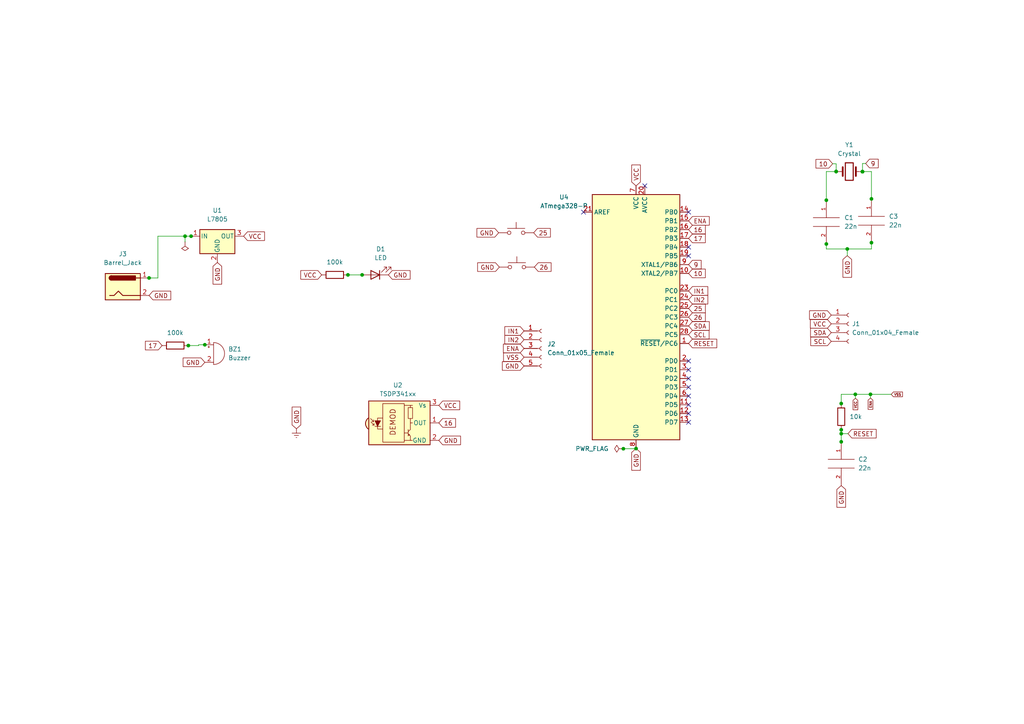
<source format=kicad_sch>
(kicad_sch (version 20211123) (generator eeschema)

  (uuid e8c663f6-ec4b-459d-8483-e9663456d5e3)

  (paper "A4")

  (lib_symbols
    (symbol "Connector:Barrel_Jack" (pin_names (offset 1.016)) (in_bom yes) (on_board yes)
      (property "Reference" "J" (id 0) (at 0 5.334 0)
        (effects (font (size 1.27 1.27)))
      )
      (property "Value" "Barrel_Jack" (id 1) (at 0 -5.08 0)
        (effects (font (size 1.27 1.27)))
      )
      (property "Footprint" "" (id 2) (at 1.27 -1.016 0)
        (effects (font (size 1.27 1.27)) hide)
      )
      (property "Datasheet" "~" (id 3) (at 1.27 -1.016 0)
        (effects (font (size 1.27 1.27)) hide)
      )
      (property "ki_keywords" "DC power barrel jack connector" (id 4) (at 0 0 0)
        (effects (font (size 1.27 1.27)) hide)
      )
      (property "ki_description" "DC Barrel Jack" (id 5) (at 0 0 0)
        (effects (font (size 1.27 1.27)) hide)
      )
      (property "ki_fp_filters" "BarrelJack*" (id 6) (at 0 0 0)
        (effects (font (size 1.27 1.27)) hide)
      )
      (symbol "Barrel_Jack_0_1"
        (rectangle (start -5.08 3.81) (end 5.08 -3.81)
          (stroke (width 0.254) (type default) (color 0 0 0 0))
          (fill (type background))
        )
        (arc (start -3.302 3.175) (mid -3.937 2.54) (end -3.302 1.905)
          (stroke (width 0.254) (type default) (color 0 0 0 0))
          (fill (type none))
        )
        (arc (start -3.302 3.175) (mid -3.937 2.54) (end -3.302 1.905)
          (stroke (width 0.254) (type default) (color 0 0 0 0))
          (fill (type outline))
        )
        (polyline
          (pts
            (xy 5.08 2.54)
            (xy 3.81 2.54)
          )
          (stroke (width 0.254) (type default) (color 0 0 0 0))
          (fill (type none))
        )
        (polyline
          (pts
            (xy -3.81 -2.54)
            (xy -2.54 -2.54)
            (xy -1.27 -1.27)
            (xy 0 -2.54)
            (xy 2.54 -2.54)
            (xy 5.08 -2.54)
          )
          (stroke (width 0.254) (type default) (color 0 0 0 0))
          (fill (type none))
        )
        (rectangle (start 3.683 3.175) (end -3.302 1.905)
          (stroke (width 0.254) (type default) (color 0 0 0 0))
          (fill (type outline))
        )
      )
      (symbol "Barrel_Jack_1_1"
        (pin passive line (at 7.62 2.54 180) (length 2.54)
          (name "~" (effects (font (size 1.27 1.27))))
          (number "1" (effects (font (size 1.27 1.27))))
        )
        (pin passive line (at 7.62 -2.54 180) (length 2.54)
          (name "~" (effects (font (size 1.27 1.27))))
          (number "2" (effects (font (size 1.27 1.27))))
        )
      )
    )
    (symbol "Connector:Conn_01x04_Female" (pin_names (offset 1.016) hide) (in_bom yes) (on_board yes)
      (property "Reference" "J" (id 0) (at 0 5.08 0)
        (effects (font (size 1.27 1.27)))
      )
      (property "Value" "Conn_01x04_Female" (id 1) (at 0 -7.62 0)
        (effects (font (size 1.27 1.27)))
      )
      (property "Footprint" "" (id 2) (at 0 0 0)
        (effects (font (size 1.27 1.27)) hide)
      )
      (property "Datasheet" "~" (id 3) (at 0 0 0)
        (effects (font (size 1.27 1.27)) hide)
      )
      (property "ki_keywords" "connector" (id 4) (at 0 0 0)
        (effects (font (size 1.27 1.27)) hide)
      )
      (property "ki_description" "Generic connector, single row, 01x04, script generated (kicad-library-utils/schlib/autogen/connector/)" (id 5) (at 0 0 0)
        (effects (font (size 1.27 1.27)) hide)
      )
      (property "ki_fp_filters" "Connector*:*_1x??_*" (id 6) (at 0 0 0)
        (effects (font (size 1.27 1.27)) hide)
      )
      (symbol "Conn_01x04_Female_1_1"
        (arc (start 0 -4.572) (mid -0.508 -5.08) (end 0 -5.588)
          (stroke (width 0.1524) (type default) (color 0 0 0 0))
          (fill (type none))
        )
        (arc (start 0 -2.032) (mid -0.508 -2.54) (end 0 -3.048)
          (stroke (width 0.1524) (type default) (color 0 0 0 0))
          (fill (type none))
        )
        (polyline
          (pts
            (xy -1.27 -5.08)
            (xy -0.508 -5.08)
          )
          (stroke (width 0.1524) (type default) (color 0 0 0 0))
          (fill (type none))
        )
        (polyline
          (pts
            (xy -1.27 -2.54)
            (xy -0.508 -2.54)
          )
          (stroke (width 0.1524) (type default) (color 0 0 0 0))
          (fill (type none))
        )
        (polyline
          (pts
            (xy -1.27 0)
            (xy -0.508 0)
          )
          (stroke (width 0.1524) (type default) (color 0 0 0 0))
          (fill (type none))
        )
        (polyline
          (pts
            (xy -1.27 2.54)
            (xy -0.508 2.54)
          )
          (stroke (width 0.1524) (type default) (color 0 0 0 0))
          (fill (type none))
        )
        (arc (start 0 0.508) (mid -0.508 0) (end 0 -0.508)
          (stroke (width 0.1524) (type default) (color 0 0 0 0))
          (fill (type none))
        )
        (arc (start 0 3.048) (mid -0.508 2.54) (end 0 2.032)
          (stroke (width 0.1524) (type default) (color 0 0 0 0))
          (fill (type none))
        )
        (pin passive line (at -5.08 2.54 0) (length 3.81)
          (name "Pin_1" (effects (font (size 1.27 1.27))))
          (number "1" (effects (font (size 1.27 1.27))))
        )
        (pin passive line (at -5.08 0 0) (length 3.81)
          (name "Pin_2" (effects (font (size 1.27 1.27))))
          (number "2" (effects (font (size 1.27 1.27))))
        )
        (pin passive line (at -5.08 -2.54 0) (length 3.81)
          (name "Pin_3" (effects (font (size 1.27 1.27))))
          (number "3" (effects (font (size 1.27 1.27))))
        )
        (pin passive line (at -5.08 -5.08 0) (length 3.81)
          (name "Pin_4" (effects (font (size 1.27 1.27))))
          (number "4" (effects (font (size 1.27 1.27))))
        )
      )
    )
    (symbol "Connector:Conn_01x05_Female" (pin_names (offset 1.016) hide) (in_bom yes) (on_board yes)
      (property "Reference" "J" (id 0) (at 0 7.62 0)
        (effects (font (size 1.27 1.27)))
      )
      (property "Value" "Conn_01x05_Female" (id 1) (at 0 -7.62 0)
        (effects (font (size 1.27 1.27)))
      )
      (property "Footprint" "" (id 2) (at 0 0 0)
        (effects (font (size 1.27 1.27)) hide)
      )
      (property "Datasheet" "~" (id 3) (at 0 0 0)
        (effects (font (size 1.27 1.27)) hide)
      )
      (property "ki_keywords" "connector" (id 4) (at 0 0 0)
        (effects (font (size 1.27 1.27)) hide)
      )
      (property "ki_description" "Generic connector, single row, 01x05, script generated (kicad-library-utils/schlib/autogen/connector/)" (id 5) (at 0 0 0)
        (effects (font (size 1.27 1.27)) hide)
      )
      (property "ki_fp_filters" "Connector*:*_1x??_*" (id 6) (at 0 0 0)
        (effects (font (size 1.27 1.27)) hide)
      )
      (symbol "Conn_01x05_Female_1_1"
        (arc (start 0 -4.572) (mid -0.508 -5.08) (end 0 -5.588)
          (stroke (width 0.1524) (type default) (color 0 0 0 0))
          (fill (type none))
        )
        (arc (start 0 -2.032) (mid -0.508 -2.54) (end 0 -3.048)
          (stroke (width 0.1524) (type default) (color 0 0 0 0))
          (fill (type none))
        )
        (polyline
          (pts
            (xy -1.27 -5.08)
            (xy -0.508 -5.08)
          )
          (stroke (width 0.1524) (type default) (color 0 0 0 0))
          (fill (type none))
        )
        (polyline
          (pts
            (xy -1.27 -2.54)
            (xy -0.508 -2.54)
          )
          (stroke (width 0.1524) (type default) (color 0 0 0 0))
          (fill (type none))
        )
        (polyline
          (pts
            (xy -1.27 0)
            (xy -0.508 0)
          )
          (stroke (width 0.1524) (type default) (color 0 0 0 0))
          (fill (type none))
        )
        (polyline
          (pts
            (xy -1.27 2.54)
            (xy -0.508 2.54)
          )
          (stroke (width 0.1524) (type default) (color 0 0 0 0))
          (fill (type none))
        )
        (polyline
          (pts
            (xy -1.27 5.08)
            (xy -0.508 5.08)
          )
          (stroke (width 0.1524) (type default) (color 0 0 0 0))
          (fill (type none))
        )
        (arc (start 0 0.508) (mid -0.508 0) (end 0 -0.508)
          (stroke (width 0.1524) (type default) (color 0 0 0 0))
          (fill (type none))
        )
        (arc (start 0 3.048) (mid -0.508 2.54) (end 0 2.032)
          (stroke (width 0.1524) (type default) (color 0 0 0 0))
          (fill (type none))
        )
        (arc (start 0 5.588) (mid -0.508 5.08) (end 0 4.572)
          (stroke (width 0.1524) (type default) (color 0 0 0 0))
          (fill (type none))
        )
        (pin passive line (at -5.08 5.08 0) (length 3.81)
          (name "Pin_1" (effects (font (size 1.27 1.27))))
          (number "1" (effects (font (size 1.27 1.27))))
        )
        (pin passive line (at -5.08 2.54 0) (length 3.81)
          (name "Pin_2" (effects (font (size 1.27 1.27))))
          (number "2" (effects (font (size 1.27 1.27))))
        )
        (pin passive line (at -5.08 0 0) (length 3.81)
          (name "Pin_3" (effects (font (size 1.27 1.27))))
          (number "3" (effects (font (size 1.27 1.27))))
        )
        (pin passive line (at -5.08 -2.54 0) (length 3.81)
          (name "Pin_4" (effects (font (size 1.27 1.27))))
          (number "4" (effects (font (size 1.27 1.27))))
        )
        (pin passive line (at -5.08 -5.08 0) (length 3.81)
          (name "Pin_5" (effects (font (size 1.27 1.27))))
          (number "5" (effects (font (size 1.27 1.27))))
        )
      )
    )
    (symbol "Device:Buzzer" (pin_names (offset 0.0254) hide) (in_bom yes) (on_board yes)
      (property "Reference" "BZ" (id 0) (at 3.81 1.27 0)
        (effects (font (size 1.27 1.27)) (justify left))
      )
      (property "Value" "Buzzer" (id 1) (at 3.81 -1.27 0)
        (effects (font (size 1.27 1.27)) (justify left))
      )
      (property "Footprint" "" (id 2) (at -0.635 2.54 90)
        (effects (font (size 1.27 1.27)) hide)
      )
      (property "Datasheet" "~" (id 3) (at -0.635 2.54 90)
        (effects (font (size 1.27 1.27)) hide)
      )
      (property "ki_keywords" "quartz resonator ceramic" (id 4) (at 0 0 0)
        (effects (font (size 1.27 1.27)) hide)
      )
      (property "ki_description" "Buzzer, polarized" (id 5) (at 0 0 0)
        (effects (font (size 1.27 1.27)) hide)
      )
      (property "ki_fp_filters" "*Buzzer*" (id 6) (at 0 0 0)
        (effects (font (size 1.27 1.27)) hide)
      )
      (symbol "Buzzer_0_1"
        (arc (start 0 -3.175) (mid 3.175 0) (end 0 3.175)
          (stroke (width 0) (type default) (color 0 0 0 0))
          (fill (type none))
        )
        (polyline
          (pts
            (xy -1.651 1.905)
            (xy -1.143 1.905)
          )
          (stroke (width 0) (type default) (color 0 0 0 0))
          (fill (type none))
        )
        (polyline
          (pts
            (xy -1.397 2.159)
            (xy -1.397 1.651)
          )
          (stroke (width 0) (type default) (color 0 0 0 0))
          (fill (type none))
        )
        (polyline
          (pts
            (xy 0 3.175)
            (xy 0 -3.175)
          )
          (stroke (width 0) (type default) (color 0 0 0 0))
          (fill (type none))
        )
      )
      (symbol "Buzzer_1_1"
        (pin passive line (at -2.54 2.54 0) (length 2.54)
          (name "-" (effects (font (size 1.27 1.27))))
          (number "1" (effects (font (size 1.27 1.27))))
        )
        (pin passive line (at -2.54 -2.54 0) (length 2.54)
          (name "+" (effects (font (size 1.27 1.27))))
          (number "2" (effects (font (size 1.27 1.27))))
        )
      )
    )
    (symbol "Device:Crystal" (pin_numbers hide) (pin_names (offset 1.016) hide) (in_bom yes) (on_board yes)
      (property "Reference" "Y" (id 0) (at 0 3.81 0)
        (effects (font (size 1.27 1.27)))
      )
      (property "Value" "Crystal" (id 1) (at 0 -3.81 0)
        (effects (font (size 1.27 1.27)))
      )
      (property "Footprint" "" (id 2) (at 0 0 0)
        (effects (font (size 1.27 1.27)) hide)
      )
      (property "Datasheet" "~" (id 3) (at 0 0 0)
        (effects (font (size 1.27 1.27)) hide)
      )
      (property "ki_keywords" "quartz ceramic resonator oscillator" (id 4) (at 0 0 0)
        (effects (font (size 1.27 1.27)) hide)
      )
      (property "ki_description" "Two pin crystal" (id 5) (at 0 0 0)
        (effects (font (size 1.27 1.27)) hide)
      )
      (property "ki_fp_filters" "Crystal*" (id 6) (at 0 0 0)
        (effects (font (size 1.27 1.27)) hide)
      )
      (symbol "Crystal_0_1"
        (rectangle (start -1.143 2.54) (end 1.143 -2.54)
          (stroke (width 0.3048) (type default) (color 0 0 0 0))
          (fill (type none))
        )
        (polyline
          (pts
            (xy -2.54 0)
            (xy -1.905 0)
          )
          (stroke (width 0) (type default) (color 0 0 0 0))
          (fill (type none))
        )
        (polyline
          (pts
            (xy -1.905 -1.27)
            (xy -1.905 1.27)
          )
          (stroke (width 0.508) (type default) (color 0 0 0 0))
          (fill (type none))
        )
        (polyline
          (pts
            (xy 1.905 -1.27)
            (xy 1.905 1.27)
          )
          (stroke (width 0.508) (type default) (color 0 0 0 0))
          (fill (type none))
        )
        (polyline
          (pts
            (xy 2.54 0)
            (xy 1.905 0)
          )
          (stroke (width 0) (type default) (color 0 0 0 0))
          (fill (type none))
        )
      )
      (symbol "Crystal_1_1"
        (pin passive line (at -3.81 0 0) (length 1.27)
          (name "1" (effects (font (size 1.27 1.27))))
          (number "1" (effects (font (size 1.27 1.27))))
        )
        (pin passive line (at 3.81 0 180) (length 1.27)
          (name "2" (effects (font (size 1.27 1.27))))
          (number "2" (effects (font (size 1.27 1.27))))
        )
      )
    )
    (symbol "Device:LED" (pin_numbers hide) (pin_names (offset 1.016) hide) (in_bom yes) (on_board yes)
      (property "Reference" "D" (id 0) (at 0 2.54 0)
        (effects (font (size 1.27 1.27)))
      )
      (property "Value" "LED" (id 1) (at 0 -2.54 0)
        (effects (font (size 1.27 1.27)))
      )
      (property "Footprint" "" (id 2) (at 0 0 0)
        (effects (font (size 1.27 1.27)) hide)
      )
      (property "Datasheet" "~" (id 3) (at 0 0 0)
        (effects (font (size 1.27 1.27)) hide)
      )
      (property "ki_keywords" "LED diode" (id 4) (at 0 0 0)
        (effects (font (size 1.27 1.27)) hide)
      )
      (property "ki_description" "Light emitting diode" (id 5) (at 0 0 0)
        (effects (font (size 1.27 1.27)) hide)
      )
      (property "ki_fp_filters" "LED* LED_SMD:* LED_THT:*" (id 6) (at 0 0 0)
        (effects (font (size 1.27 1.27)) hide)
      )
      (symbol "LED_0_1"
        (polyline
          (pts
            (xy -1.27 -1.27)
            (xy -1.27 1.27)
          )
          (stroke (width 0.254) (type default) (color 0 0 0 0))
          (fill (type none))
        )
        (polyline
          (pts
            (xy -1.27 0)
            (xy 1.27 0)
          )
          (stroke (width 0) (type default) (color 0 0 0 0))
          (fill (type none))
        )
        (polyline
          (pts
            (xy 1.27 -1.27)
            (xy 1.27 1.27)
            (xy -1.27 0)
            (xy 1.27 -1.27)
          )
          (stroke (width 0.254) (type default) (color 0 0 0 0))
          (fill (type none))
        )
        (polyline
          (pts
            (xy -3.048 -0.762)
            (xy -4.572 -2.286)
            (xy -3.81 -2.286)
            (xy -4.572 -2.286)
            (xy -4.572 -1.524)
          )
          (stroke (width 0) (type default) (color 0 0 0 0))
          (fill (type none))
        )
        (polyline
          (pts
            (xy -1.778 -0.762)
            (xy -3.302 -2.286)
            (xy -2.54 -2.286)
            (xy -3.302 -2.286)
            (xy -3.302 -1.524)
          )
          (stroke (width 0) (type default) (color 0 0 0 0))
          (fill (type none))
        )
      )
      (symbol "LED_1_1"
        (pin passive line (at -3.81 0 0) (length 2.54)
          (name "K" (effects (font (size 1.27 1.27))))
          (number "1" (effects (font (size 1.27 1.27))))
        )
        (pin passive line (at 3.81 0 180) (length 2.54)
          (name "A" (effects (font (size 1.27 1.27))))
          (number "2" (effects (font (size 1.27 1.27))))
        )
      )
    )
    (symbol "Device:R" (pin_numbers hide) (pin_names (offset 0)) (in_bom yes) (on_board yes)
      (property "Reference" "R" (id 0) (at 2.032 0 90)
        (effects (font (size 1.27 1.27)))
      )
      (property "Value" "R" (id 1) (at 0 0 90)
        (effects (font (size 1.27 1.27)))
      )
      (property "Footprint" "" (id 2) (at -1.778 0 90)
        (effects (font (size 1.27 1.27)) hide)
      )
      (property "Datasheet" "~" (id 3) (at 0 0 0)
        (effects (font (size 1.27 1.27)) hide)
      )
      (property "ki_keywords" "R res resistor" (id 4) (at 0 0 0)
        (effects (font (size 1.27 1.27)) hide)
      )
      (property "ki_description" "Resistor" (id 5) (at 0 0 0)
        (effects (font (size 1.27 1.27)) hide)
      )
      (property "ki_fp_filters" "R_*" (id 6) (at 0 0 0)
        (effects (font (size 1.27 1.27)) hide)
      )
      (symbol "R_0_1"
        (rectangle (start -1.016 -2.54) (end 1.016 2.54)
          (stroke (width 0.254) (type default) (color 0 0 0 0))
          (fill (type none))
        )
      )
      (symbol "R_1_1"
        (pin passive line (at 0 3.81 270) (length 1.27)
          (name "~" (effects (font (size 1.27 1.27))))
          (number "1" (effects (font (size 1.27 1.27))))
        )
        (pin passive line (at 0 -3.81 90) (length 1.27)
          (name "~" (effects (font (size 1.27 1.27))))
          (number "2" (effects (font (size 1.27 1.27))))
        )
      )
    )
    (symbol "Interface_Optical:TSDP341xx" (pin_names (offset 1.016)) (in_bom yes) (on_board yes)
      (property "Reference" "U" (id 0) (at -10.16 7.62 0)
        (effects (font (size 1.27 1.27)) (justify left))
      )
      (property "Value" "TSDP341xx" (id 1) (at -10.16 -7.62 0)
        (effects (font (size 1.27 1.27)) (justify left))
      )
      (property "Footprint" "OptoDevice:Vishay_MOLD-3Pin" (id 2) (at -1.27 -9.525 0)
        (effects (font (size 1.27 1.27)) hide)
      )
      (property "Datasheet" "http://www.vishay.com/docs/82667/tsdp341.pdf" (id 3) (at 16.51 7.62 0)
        (effects (font (size 1.27 1.27)) hide)
      )
      (property "ki_keywords" "opto IR receiver" (id 4) (at 0 0 0)
        (effects (font (size 1.27 1.27)) hide)
      )
      (property "ki_description" "IR Receiver Modules for Data Transmission" (id 5) (at 0 0 0)
        (effects (font (size 1.27 1.27)) hide)
      )
      (property "ki_fp_filters" "Vishay*MOLD*" (id 6) (at 0 0 0)
        (effects (font (size 1.27 1.27)) hide)
      )
      (symbol "TSDP341xx_0_0"
        (arc (start -10.287 1.397) (mid -11.0899 -0.1852) (end -10.287 -1.778)
          (stroke (width 0.254) (type default) (color 0 0 0 0))
          (fill (type background))
        )
        (polyline
          (pts
            (xy 1.905 -5.08)
            (xy 0.127 -5.08)
          )
          (stroke (width 0) (type default) (color 0 0 0 0))
          (fill (type none))
        )
        (polyline
          (pts
            (xy 1.905 5.08)
            (xy 0.127 5.08)
          )
          (stroke (width 0) (type default) (color 0 0 0 0))
          (fill (type none))
        )
        (text "DEMOD" (at -3.175 0.254 900)
          (effects (font (size 1.524 1.524)))
        )
      )
      (symbol "TSDP341xx_0_1"
        (rectangle (start -6.096 5.588) (end 0.127 -5.588)
          (stroke (width 0) (type default) (color 0 0 0 0))
          (fill (type none))
        )
        (polyline
          (pts
            (xy -8.763 0.381)
            (xy -9.652 1.27)
          )
          (stroke (width 0) (type default) (color 0 0 0 0))
          (fill (type none))
        )
        (polyline
          (pts
            (xy -8.763 0.381)
            (xy -9.271 0.381)
          )
          (stroke (width 0) (type default) (color 0 0 0 0))
          (fill (type none))
        )
        (polyline
          (pts
            (xy -8.763 0.381)
            (xy -8.763 0.889)
          )
          (stroke (width 0) (type default) (color 0 0 0 0))
          (fill (type none))
        )
        (polyline
          (pts
            (xy -8.636 -0.635)
            (xy -9.525 0.254)
          )
          (stroke (width 0) (type default) (color 0 0 0 0))
          (fill (type none))
        )
        (polyline
          (pts
            (xy -8.636 -0.635)
            (xy -9.144 -0.635)
          )
          (stroke (width 0) (type default) (color 0 0 0 0))
          (fill (type none))
        )
        (polyline
          (pts
            (xy -8.636 -0.635)
            (xy -8.636 -0.127)
          )
          (stroke (width 0) (type default) (color 0 0 0 0))
          (fill (type none))
        )
        (polyline
          (pts
            (xy -8.382 -1.016)
            (xy -6.731 -1.016)
          )
          (stroke (width 0) (type default) (color 0 0 0 0))
          (fill (type none))
        )
        (polyline
          (pts
            (xy 1.27 -2.921)
            (xy 0.127 -2.921)
          )
          (stroke (width 0) (type default) (color 0 0 0 0))
          (fill (type none))
        )
        (polyline
          (pts
            (xy 1.27 -1.905)
            (xy 1.27 -3.81)
          )
          (stroke (width 0) (type default) (color 0 0 0 0))
          (fill (type none))
        )
        (polyline
          (pts
            (xy 1.397 -3.556)
            (xy 1.524 -3.556)
          )
          (stroke (width 0) (type default) (color 0 0 0 0))
          (fill (type none))
        )
        (polyline
          (pts
            (xy 1.651 -3.556)
            (xy 1.524 -3.556)
          )
          (stroke (width 0) (type default) (color 0 0 0 0))
          (fill (type none))
        )
        (polyline
          (pts
            (xy 1.651 -3.556)
            (xy 1.651 -3.302)
          )
          (stroke (width 0) (type default) (color 0 0 0 0))
          (fill (type none))
        )
        (polyline
          (pts
            (xy 1.905 0)
            (xy 1.905 1.27)
          )
          (stroke (width 0) (type default) (color 0 0 0 0))
          (fill (type none))
        )
        (polyline
          (pts
            (xy 1.905 4.445)
            (xy 1.905 5.08)
            (xy 2.54 5.08)
          )
          (stroke (width 0) (type default) (color 0 0 0 0))
          (fill (type none))
        )
        (polyline
          (pts
            (xy -8.382 0.635)
            (xy -6.731 0.635)
            (xy -7.62 -1.016)
            (xy -8.382 0.635)
          )
          (stroke (width 0) (type default) (color 0 0 0 0))
          (fill (type outline))
        )
        (polyline
          (pts
            (xy -6.096 1.397)
            (xy -7.62 1.397)
            (xy -7.62 -1.778)
            (xy -6.096 -1.778)
          )
          (stroke (width 0) (type default) (color 0 0 0 0))
          (fill (type none))
        )
        (polyline
          (pts
            (xy 1.27 -3.175)
            (xy 1.905 -3.81)
            (xy 1.905 -5.08)
            (xy 2.54 -5.08)
          )
          (stroke (width 0) (type default) (color 0 0 0 0))
          (fill (type none))
        )
        (polyline
          (pts
            (xy 1.27 -2.54)
            (xy 1.905 -1.905)
            (xy 1.905 0)
            (xy 2.54 0)
          )
          (stroke (width 0) (type default) (color 0 0 0 0))
          (fill (type none))
        )
        (rectangle (start 2.54 1.27) (end 1.27 4.445)
          (stroke (width 0) (type default) (color 0 0 0 0))
          (fill (type none))
        )
        (rectangle (start 7.62 6.35) (end -10.16 -6.35)
          (stroke (width 0.254) (type default) (color 0 0 0 0))
          (fill (type background))
        )
      )
      (symbol "TSDP341xx_1_1"
        (pin output line (at 10.16 0 180) (length 2.54)
          (name "OUT" (effects (font (size 1.27 1.27))))
          (number "1" (effects (font (size 1.27 1.27))))
        )
        (pin power_in line (at 10.16 -5.08 180) (length 2.54)
          (name "GND" (effects (font (size 1.27 1.27))))
          (number "2" (effects (font (size 1.27 1.27))))
        )
        (pin power_in line (at 10.16 5.08 180) (length 2.54)
          (name "Vs" (effects (font (size 1.27 1.27))))
          (number "3" (effects (font (size 1.27 1.27))))
        )
      )
    )
    (symbol "MCU_Microchip_ATmega:ATmega328-P" (in_bom yes) (on_board yes)
      (property "Reference" "U" (id 0) (at -12.7 36.83 0)
        (effects (font (size 1.27 1.27)) (justify left bottom))
      )
      (property "Value" "ATmega328-P" (id 1) (at 2.54 -36.83 0)
        (effects (font (size 1.27 1.27)) (justify left top))
      )
      (property "Footprint" "Package_DIP:DIP-28_W7.62mm" (id 2) (at 0 0 0)
        (effects (font (size 1.27 1.27) italic) hide)
      )
      (property "Datasheet" "http://ww1.microchip.com/downloads/en/DeviceDoc/ATmega328_P%20AVR%20MCU%20with%20picoPower%20Technology%20Data%20Sheet%2040001984A.pdf" (id 3) (at 0 0 0)
        (effects (font (size 1.27 1.27)) hide)
      )
      (property "ki_keywords" "AVR 8bit Microcontroller MegaAVR" (id 4) (at 0 0 0)
        (effects (font (size 1.27 1.27)) hide)
      )
      (property "ki_description" "20MHz, 32kB Flash, 2kB SRAM, 1kB EEPROM, DIP-28" (id 5) (at 0 0 0)
        (effects (font (size 1.27 1.27)) hide)
      )
      (property "ki_fp_filters" "DIP*W7.62mm*" (id 6) (at 0 0 0)
        (effects (font (size 1.27 1.27)) hide)
      )
      (symbol "ATmega328-P_0_1"
        (rectangle (start -12.7 -35.56) (end 12.7 35.56)
          (stroke (width 0.254) (type default) (color 0 0 0 0))
          (fill (type background))
        )
      )
      (symbol "ATmega328-P_1_1"
        (pin bidirectional line (at 15.24 -7.62 180) (length 2.54)
          (name "~{RESET}/PC6" (effects (font (size 1.27 1.27))))
          (number "1" (effects (font (size 1.27 1.27))))
        )
        (pin bidirectional line (at 15.24 12.7 180) (length 2.54)
          (name "XTAL2/PB7" (effects (font (size 1.27 1.27))))
          (number "10" (effects (font (size 1.27 1.27))))
        )
        (pin bidirectional line (at 15.24 -25.4 180) (length 2.54)
          (name "PD5" (effects (font (size 1.27 1.27))))
          (number "11" (effects (font (size 1.27 1.27))))
        )
        (pin bidirectional line (at 15.24 -27.94 180) (length 2.54)
          (name "PD6" (effects (font (size 1.27 1.27))))
          (number "12" (effects (font (size 1.27 1.27))))
        )
        (pin bidirectional line (at 15.24 -30.48 180) (length 2.54)
          (name "PD7" (effects (font (size 1.27 1.27))))
          (number "13" (effects (font (size 1.27 1.27))))
        )
        (pin bidirectional line (at 15.24 30.48 180) (length 2.54)
          (name "PB0" (effects (font (size 1.27 1.27))))
          (number "14" (effects (font (size 1.27 1.27))))
        )
        (pin bidirectional line (at 15.24 27.94 180) (length 2.54)
          (name "PB1" (effects (font (size 1.27 1.27))))
          (number "15" (effects (font (size 1.27 1.27))))
        )
        (pin bidirectional line (at 15.24 25.4 180) (length 2.54)
          (name "PB2" (effects (font (size 1.27 1.27))))
          (number "16" (effects (font (size 1.27 1.27))))
        )
        (pin bidirectional line (at 15.24 22.86 180) (length 2.54)
          (name "PB3" (effects (font (size 1.27 1.27))))
          (number "17" (effects (font (size 1.27 1.27))))
        )
        (pin bidirectional line (at 15.24 20.32 180) (length 2.54)
          (name "PB4" (effects (font (size 1.27 1.27))))
          (number "18" (effects (font (size 1.27 1.27))))
        )
        (pin bidirectional line (at 15.24 17.78 180) (length 2.54)
          (name "PB5" (effects (font (size 1.27 1.27))))
          (number "19" (effects (font (size 1.27 1.27))))
        )
        (pin bidirectional line (at 15.24 -12.7 180) (length 2.54)
          (name "PD0" (effects (font (size 1.27 1.27))))
          (number "2" (effects (font (size 1.27 1.27))))
        )
        (pin power_in line (at 2.54 38.1 270) (length 2.54)
          (name "AVCC" (effects (font (size 1.27 1.27))))
          (number "20" (effects (font (size 1.27 1.27))))
        )
        (pin passive line (at -15.24 30.48 0) (length 2.54)
          (name "AREF" (effects (font (size 1.27 1.27))))
          (number "21" (effects (font (size 1.27 1.27))))
        )
        (pin passive line (at 0 -38.1 90) (length 2.54) hide
          (name "GND" (effects (font (size 1.27 1.27))))
          (number "22" (effects (font (size 1.27 1.27))))
        )
        (pin bidirectional line (at 15.24 7.62 180) (length 2.54)
          (name "PC0" (effects (font (size 1.27 1.27))))
          (number "23" (effects (font (size 1.27 1.27))))
        )
        (pin bidirectional line (at 15.24 5.08 180) (length 2.54)
          (name "PC1" (effects (font (size 1.27 1.27))))
          (number "24" (effects (font (size 1.27 1.27))))
        )
        (pin bidirectional line (at 15.24 2.54 180) (length 2.54)
          (name "PC2" (effects (font (size 1.27 1.27))))
          (number "25" (effects (font (size 1.27 1.27))))
        )
        (pin bidirectional line (at 15.24 0 180) (length 2.54)
          (name "PC3" (effects (font (size 1.27 1.27))))
          (number "26" (effects (font (size 1.27 1.27))))
        )
        (pin bidirectional line (at 15.24 -2.54 180) (length 2.54)
          (name "PC4" (effects (font (size 1.27 1.27))))
          (number "27" (effects (font (size 1.27 1.27))))
        )
        (pin bidirectional line (at 15.24 -5.08 180) (length 2.54)
          (name "PC5" (effects (font (size 1.27 1.27))))
          (number "28" (effects (font (size 1.27 1.27))))
        )
        (pin bidirectional line (at 15.24 -15.24 180) (length 2.54)
          (name "PD1" (effects (font (size 1.27 1.27))))
          (number "3" (effects (font (size 1.27 1.27))))
        )
        (pin bidirectional line (at 15.24 -17.78 180) (length 2.54)
          (name "PD2" (effects (font (size 1.27 1.27))))
          (number "4" (effects (font (size 1.27 1.27))))
        )
        (pin bidirectional line (at 15.24 -20.32 180) (length 2.54)
          (name "PD3" (effects (font (size 1.27 1.27))))
          (number "5" (effects (font (size 1.27 1.27))))
        )
        (pin bidirectional line (at 15.24 -22.86 180) (length 2.54)
          (name "PD4" (effects (font (size 1.27 1.27))))
          (number "6" (effects (font (size 1.27 1.27))))
        )
        (pin power_in line (at 0 38.1 270) (length 2.54)
          (name "VCC" (effects (font (size 1.27 1.27))))
          (number "7" (effects (font (size 1.27 1.27))))
        )
        (pin power_in line (at 0 -38.1 90) (length 2.54)
          (name "GND" (effects (font (size 1.27 1.27))))
          (number "8" (effects (font (size 1.27 1.27))))
        )
        (pin bidirectional line (at 15.24 15.24 180) (length 2.54)
          (name "XTAL1/PB6" (effects (font (size 1.27 1.27))))
          (number "9" (effects (font (size 1.27 1.27))))
        )
      )
    )
    (symbol "Regulator_Linear:L7805" (pin_names (offset 0.254)) (in_bom yes) (on_board yes)
      (property "Reference" "U" (id 0) (at -3.81 3.175 0)
        (effects (font (size 1.27 1.27)))
      )
      (property "Value" "L7805" (id 1) (at 0 3.175 0)
        (effects (font (size 1.27 1.27)) (justify left))
      )
      (property "Footprint" "" (id 2) (at 0.635 -3.81 0)
        (effects (font (size 1.27 1.27) italic) (justify left) hide)
      )
      (property "Datasheet" "http://www.st.com/content/ccc/resource/technical/document/datasheet/41/4f/b3/b0/12/d4/47/88/CD00000444.pdf/files/CD00000444.pdf/jcr:content/translations/en.CD00000444.pdf" (id 3) (at 0 -1.27 0)
        (effects (font (size 1.27 1.27)) hide)
      )
      (property "ki_keywords" "Voltage Regulator 1.5A Positive" (id 4) (at 0 0 0)
        (effects (font (size 1.27 1.27)) hide)
      )
      (property "ki_description" "Positive 1.5A 35V Linear Regulator, Fixed Output 5V, TO-220/TO-263/TO-252" (id 5) (at 0 0 0)
        (effects (font (size 1.27 1.27)) hide)
      )
      (property "ki_fp_filters" "TO?252* TO?263* TO?220*" (id 6) (at 0 0 0)
        (effects (font (size 1.27 1.27)) hide)
      )
      (symbol "L7805_0_1"
        (rectangle (start -5.08 1.905) (end 5.08 -5.08)
          (stroke (width 0.254) (type default) (color 0 0 0 0))
          (fill (type background))
        )
      )
      (symbol "L7805_1_1"
        (pin power_in line (at -7.62 0 0) (length 2.54)
          (name "IN" (effects (font (size 1.27 1.27))))
          (number "1" (effects (font (size 1.27 1.27))))
        )
        (pin power_in line (at 0 -7.62 90) (length 2.54)
          (name "GND" (effects (font (size 1.27 1.27))))
          (number "2" (effects (font (size 1.27 1.27))))
        )
        (pin power_out line (at 7.62 0 180) (length 2.54)
          (name "OUT" (effects (font (size 1.27 1.27))))
          (number "3" (effects (font (size 1.27 1.27))))
        )
      )
    )
    (symbol "Switch:SW_Push" (pin_numbers hide) (pin_names (offset 1.016) hide) (in_bom yes) (on_board yes)
      (property "Reference" "SW" (id 0) (at 1.27 2.54 0)
        (effects (font (size 1.27 1.27)) (justify left))
      )
      (property "Value" "SW_Push" (id 1) (at 0 -1.524 0)
        (effects (font (size 1.27 1.27)))
      )
      (property "Footprint" "" (id 2) (at 0 5.08 0)
        (effects (font (size 1.27 1.27)) hide)
      )
      (property "Datasheet" "~" (id 3) (at 0 5.08 0)
        (effects (font (size 1.27 1.27)) hide)
      )
      (property "ki_keywords" "switch normally-open pushbutton push-button" (id 4) (at 0 0 0)
        (effects (font (size 1.27 1.27)) hide)
      )
      (property "ki_description" "Push button switch, generic, two pins" (id 5) (at 0 0 0)
        (effects (font (size 1.27 1.27)) hide)
      )
      (symbol "SW_Push_0_1"
        (circle (center -2.032 0) (radius 0.508)
          (stroke (width 0) (type default) (color 0 0 0 0))
          (fill (type none))
        )
        (polyline
          (pts
            (xy 0 1.27)
            (xy 0 3.048)
          )
          (stroke (width 0) (type default) (color 0 0 0 0))
          (fill (type none))
        )
        (polyline
          (pts
            (xy 2.54 1.27)
            (xy -2.54 1.27)
          )
          (stroke (width 0) (type default) (color 0 0 0 0))
          (fill (type none))
        )
        (circle (center 2.032 0) (radius 0.508)
          (stroke (width 0) (type default) (color 0 0 0 0))
          (fill (type none))
        )
        (pin passive line (at -5.08 0 0) (length 2.54)
          (name "1" (effects (font (size 1.27 1.27))))
          (number "1" (effects (font (size 1.27 1.27))))
        )
        (pin passive line (at 5.08 0 180) (length 2.54)
          (name "2" (effects (font (size 1.27 1.27))))
          (number "2" (effects (font (size 1.27 1.27))))
        )
      )
    )
    (symbol "power:Earth" (power) (pin_names (offset 0)) (in_bom yes) (on_board yes)
      (property "Reference" "#PWR" (id 0) (at 0 -6.35 0)
        (effects (font (size 1.27 1.27)) hide)
      )
      (property "Value" "Earth" (id 1) (at 0 -3.81 0)
        (effects (font (size 1.27 1.27)) hide)
      )
      (property "Footprint" "" (id 2) (at 0 0 0)
        (effects (font (size 1.27 1.27)) hide)
      )
      (property "Datasheet" "~" (id 3) (at 0 0 0)
        (effects (font (size 1.27 1.27)) hide)
      )
      (property "ki_keywords" "power-flag ground gnd" (id 4) (at 0 0 0)
        (effects (font (size 1.27 1.27)) hide)
      )
      (property "ki_description" "Power symbol creates a global label with name \"Earth\"" (id 5) (at 0 0 0)
        (effects (font (size 1.27 1.27)) hide)
      )
      (symbol "Earth_0_1"
        (polyline
          (pts
            (xy -0.635 -1.905)
            (xy 0.635 -1.905)
          )
          (stroke (width 0) (type default) (color 0 0 0 0))
          (fill (type none))
        )
        (polyline
          (pts
            (xy -0.127 -2.54)
            (xy 0.127 -2.54)
          )
          (stroke (width 0) (type default) (color 0 0 0 0))
          (fill (type none))
        )
        (polyline
          (pts
            (xy 0 -1.27)
            (xy 0 0)
          )
          (stroke (width 0) (type default) (color 0 0 0 0))
          (fill (type none))
        )
        (polyline
          (pts
            (xy 1.27 -1.27)
            (xy -1.27 -1.27)
          )
          (stroke (width 0) (type default) (color 0 0 0 0))
          (fill (type none))
        )
      )
      (symbol "Earth_1_1"
        (pin power_in line (at 0 0 270) (length 0) hide
          (name "Earth" (effects (font (size 1.27 1.27))))
          (number "1" (effects (font (size 1.27 1.27))))
        )
      )
    )
    (symbol "power:PWR_FLAG" (power) (pin_numbers hide) (pin_names (offset 0) hide) (in_bom yes) (on_board yes)
      (property "Reference" "#FLG" (id 0) (at 0 1.905 0)
        (effects (font (size 1.27 1.27)) hide)
      )
      (property "Value" "PWR_FLAG" (id 1) (at 0 3.81 0)
        (effects (font (size 1.27 1.27)))
      )
      (property "Footprint" "" (id 2) (at 0 0 0)
        (effects (font (size 1.27 1.27)) hide)
      )
      (property "Datasheet" "~" (id 3) (at 0 0 0)
        (effects (font (size 1.27 1.27)) hide)
      )
      (property "ki_keywords" "power-flag" (id 4) (at 0 0 0)
        (effects (font (size 1.27 1.27)) hide)
      )
      (property "ki_description" "Special symbol for telling ERC where power comes from" (id 5) (at 0 0 0)
        (effects (font (size 1.27 1.27)) hide)
      )
      (symbol "PWR_FLAG_0_0"
        (pin power_out line (at 0 0 90) (length 0)
          (name "pwr" (effects (font (size 1.27 1.27))))
          (number "1" (effects (font (size 1.27 1.27))))
        )
      )
      (symbol "PWR_FLAG_0_1"
        (polyline
          (pts
            (xy 0 0)
            (xy 0 1.27)
            (xy -1.016 1.905)
            (xy 0 2.54)
            (xy 1.016 1.905)
            (xy 0 1.27)
          )
          (stroke (width 0) (type default) (color 0 0 0 0))
          (fill (type none))
        )
      )
    )
    (symbol "pspice:CAP" (pin_names (offset 0.254)) (in_bom yes) (on_board yes)
      (property "Reference" "C" (id 0) (at 2.54 3.81 90)
        (effects (font (size 1.27 1.27)))
      )
      (property "Value" "CAP" (id 1) (at 2.54 -3.81 90)
        (effects (font (size 1.27 1.27)))
      )
      (property "Footprint" "" (id 2) (at 0 0 0)
        (effects (font (size 1.27 1.27)) hide)
      )
      (property "Datasheet" "~" (id 3) (at 0 0 0)
        (effects (font (size 1.27 1.27)) hide)
      )
      (property "ki_keywords" "simulation" (id 4) (at 0 0 0)
        (effects (font (size 1.27 1.27)) hide)
      )
      (property "ki_description" "Capacitor symbol for simulation only" (id 5) (at 0 0 0)
        (effects (font (size 1.27 1.27)) hide)
      )
      (symbol "CAP_0_1"
        (polyline
          (pts
            (xy -3.81 -1.27)
            (xy 3.81 -1.27)
          )
          (stroke (width 0) (type default) (color 0 0 0 0))
          (fill (type none))
        )
        (polyline
          (pts
            (xy -3.81 1.27)
            (xy 3.81 1.27)
          )
          (stroke (width 0) (type default) (color 0 0 0 0))
          (fill (type none))
        )
      )
      (symbol "CAP_1_1"
        (pin passive line (at 0 6.35 270) (length 5.08)
          (name "~" (effects (font (size 1.016 1.016))))
          (number "1" (effects (font (size 1.016 1.016))))
        )
        (pin passive line (at 0 -6.35 90) (length 5.08)
          (name "~" (effects (font (size 1.016 1.016))))
          (number "2" (effects (font (size 1.016 1.016))))
        )
      )
    )
  )


  (junction (at 43.2308 80.6196) (diameter 0) (color 0 0 0 0)
    (uuid 16f47b69-033f-4b73-b415-0111992abafb)
  )
  (junction (at 54.6354 100.2284) (diameter 0) (color 0 0 0 0)
    (uuid 50a7995e-aaa0-4b9b-bc61-30acc4802c2e)
  )
  (junction (at 243.9924 117.0432) (diameter 0) (color 0 0 0 0)
    (uuid 5b3208b0-6cab-4398-860d-96ac3b321960)
  )
  (junction (at 250.1392 49.7586) (diameter 0) (color 0 0 0 0)
    (uuid 6adbff5a-5488-41d3-a21d-320fb8641de6)
  )
  (junction (at 242.5192 49.7332) (diameter 0) (color 0 0 0 0)
    (uuid 71cc3215-b47a-46e5-b8bc-7a76a8d4fd91)
  )
  (junction (at 250.1646 49.8094) (diameter 0) (color 0 0 0 0)
    (uuid 7455e438-80c4-41b2-bfce-58a846e5ca1e)
  )
  (junction (at 242.5192 49.7586) (diameter 0) (color 0 0 0 0)
    (uuid 83c9c522-6077-496f-9e84-75d7ca21a082)
  )
  (junction (at 100.9142 79.7306) (diameter 0) (color 0 0 0 0)
    (uuid 928228a8-a900-454e-b15c-2c839b4f6b35)
  )
  (junction (at 59.4106 99.9998) (diameter 0) (color 0 0 0 0)
    (uuid b094c485-76cf-4346-8033-ce97de292686)
  )
  (junction (at 105.029 79.7306) (diameter 0) (color 0 0 0 0)
    (uuid b1e4041f-741c-45db-beba-9edb2735e8ed)
  )
  (junction (at 55.4228 68.5038) (diameter 0) (color 0 0 0 0)
    (uuid b3d963f5-ba7a-4f59-b5f5-78248f10b358)
  )
  (junction (at 243.9924 124.6632) (diameter 0) (color 0 0 0 0)
    (uuid bb4d71a1-9f34-460e-815c-fa504a62c1a7)
  )
  (junction (at 243.9924 125.7808) (diameter 0) (color 0 0 0 0)
    (uuid bb8cc003-b6b3-416d-b093-a27034dbf211)
  )
  (junction (at 184.4802 130.0988) (diameter 0) (color 0 0 0 0)
    (uuid bc09b4a3-0807-47e7-9996-3ffde6153dac)
  )
  (junction (at 252.476 114.3762) (diameter 0) (color 0 0 0 0)
    (uuid c08e029c-4315-4831-9e07-01f278de8b72)
  )
  (junction (at 252.7554 57.6834) (diameter 0) (color 0 0 0 0)
    (uuid d1066d0e-be56-485f-b97e-4290068fa7d1)
  )
  (junction (at 180.7972 130.1496) (diameter 0) (color 0 0 0 0)
    (uuid e2075dd7-dd82-47fb-b165-20e9fa83ee91)
  )
  (junction (at 239.6744 70.7644) (diameter 0) (color 0 0 0 0)
    (uuid ea4bf246-ae12-4f5d-a4f5-94f673070918)
  )
  (junction (at 248.0818 114.3762) (diameter 0) (color 0 0 0 0)
    (uuid f28987b9-ae19-4eb6-8f18-1a20b09a064e)
  )
  (junction (at 239.6744 58.0644) (diameter 0) (color 0 0 0 0)
    (uuid f3b7bedf-007e-4e10-8601-37761bee9711)
  )
  (junction (at 53.6702 68.5038) (diameter 0) (color 0 0 0 0)
    (uuid f969a034-ae5b-4e23-8490-07dff322204f)
  )
  (junction (at 252.7554 70.3834) (diameter 0) (color 0 0 0 0)
    (uuid fc088f77-3a64-40c4-8035-4a11bb35bc0f)
  )
  (junction (at 243.9924 128.143) (diameter 0) (color 0 0 0 0)
    (uuid ffb0241c-5acb-4ede-94f0-3cb35a83db11)
  )
  (junction (at 245.745 72.2122) (diameter 0) (color 0 0 0 0)
    (uuid fff4d848-4307-4e19-8dc1-1d347b3a10b2)
  )

  (no_connect (at 199.7202 71.6788) (uuid 11adf867-ad45-4d3c-a136-239706ad2ea9))
  (no_connect (at 199.7202 107.2388) (uuid 11ce25f8-6b64-42a8-9883-aef5b69355cf))
  (no_connect (at 199.7202 114.8588) (uuid 11e965e0-e49d-437e-8777-02fc87a6b0aa))
  (no_connect (at 199.7202 109.7788) (uuid 14afc02a-6db7-4f48-a202-1f1bb3cfb91a))
  (no_connect (at 199.7202 122.4788) (uuid 1aba1616-461f-4260-a127-1bd194e10f82))
  (no_connect (at 199.7202 104.6988) (uuid 44c3e7f0-744e-4321-9899-3dd3ff2497e0))
  (no_connect (at 199.7202 74.2188) (uuid 9006ebb6-c11c-4cf9-b43a-650bcca702a9))
  (no_connect (at 187.0202 53.8988) (uuid 9434c17f-a309-4d0f-bdd0-6e60b5c299a9))
  (no_connect (at 199.7202 117.3988) (uuid 9991ab72-e721-410b-a7c3-c22f74ee09ad))
  (no_connect (at 199.7202 61.5188) (uuid c022b3bb-a525-4b79-909b-61cfa5a00f28))
  (no_connect (at 199.7202 112.3188) (uuid e65f8473-719b-44d8-bdde-68212907a3a0))
  (no_connect (at 169.2402 61.5188) (uuid ef8ac43a-d5b0-4adf-a8e4-a6535157cacd))
  (no_connect (at 199.7202 119.9388) (uuid ff6cb491-77ac-4f1f-94b4-faecfa07e6a2))

  (wire (pts (xy 248.0818 114.3762) (xy 252.476 114.3762))
    (stroke (width 0) (type default) (color 0 0 0 0))
    (uuid 018b3f37-f95d-43f6-90b3-22ef5887c25c)
  )
  (wire (pts (xy 243.9924 125.7808) (xy 243.9924 128.143))
    (stroke (width 0) (type default) (color 0 0 0 0))
    (uuid 079e881d-35d1-478c-991e-e5168dfa08fa)
  )
  (wire (pts (xy 57.6072 99.9998) (xy 59.4106 99.9998))
    (stroke (width 0) (type default) (color 0 0 0 0))
    (uuid 0951046f-a266-4769-acfc-abc81410b29e)
  )
  (wire (pts (xy 43.2308 80.6196) (xy 45.7962 80.6196))
    (stroke (width 0) (type default) (color 0 0 0 0))
    (uuid 0b68d2a4-cee0-4c06-92e2-6f92ca744ce8)
  )
  (wire (pts (xy 57.6072 100.2284) (xy 57.6072 99.9998))
    (stroke (width 0) (type default) (color 0 0 0 0))
    (uuid 14a7b50e-4a91-4c42-b156-def8f55da74a)
  )
  (wire (pts (xy 252.476 114.3762) (xy 258.4958 114.3762))
    (stroke (width 0) (type default) (color 0 0 0 0))
    (uuid 153cce3f-7c45-471b-94ce-6b041b507604)
  )
  (wire (pts (xy 45.7962 68.5038) (xy 53.6702 68.5038))
    (stroke (width 0) (type default) (color 0 0 0 0))
    (uuid 1a6e5c86-39fd-4df5-8d22-dc197853b386)
  )
  (wire (pts (xy 245.745 72.2122) (xy 245.745 74.1426))
    (stroke (width 0) (type default) (color 0 0 0 0))
    (uuid 20dddb06-fce6-4949-a717-d96911287588)
  )
  (wire (pts (xy 250.1646 49.8094) (xy 250.1646 47.4218))
    (stroke (width 0) (type default) (color 0 0 0 0))
    (uuid 20f862bb-19ea-49f8-83dc-c1cab3bc752b)
  )
  (wire (pts (xy 241.5032 47.498) (xy 242.5192 47.498))
    (stroke (width 0) (type default) (color 0 0 0 0))
    (uuid 26632e4c-200b-4141-800b-e2e0ab5cb7a0)
  )
  (wire (pts (xy 249.8852 49.7586) (xy 250.1392 49.7586))
    (stroke (width 0) (type default) (color 0 0 0 0))
    (uuid 26d87c76-e66b-4935-a26c-f6a12155a99e)
  )
  (wire (pts (xy 242.5192 49.7332) (xy 242.5192 47.498))
    (stroke (width 0) (type default) (color 0 0 0 0))
    (uuid 28d5568b-e92f-4fb0-86ea-8d8ad3c554bd)
  )
  (wire (pts (xy 184.4802 130.0226) (xy 184.4802 130.0988))
    (stroke (width 0) (type default) (color 0 0 0 0))
    (uuid 2c2f1b19-6bf9-4251-972d-ae4325aeba38)
  )
  (wire (pts (xy 239.6744 58.0644) (xy 239.6744 58.3184))
    (stroke (width 0) (type default) (color 0 0 0 0))
    (uuid 2f3e215c-70fd-443a-bf7b-63847448b511)
  )
  (wire (pts (xy 252.7554 72.2122) (xy 245.745 72.2122))
    (stroke (width 0) (type default) (color 0 0 0 0))
    (uuid 35167cf5-61fd-4761-804d-252ee3788fed)
  )
  (wire (pts (xy 43.0022 80.6196) (xy 43.2308 80.6196))
    (stroke (width 0) (type default) (color 0 0 0 0))
    (uuid 3a11c456-00af-4dba-9636-a0a59004beeb)
  )
  (wire (pts (xy 100.6602 79.7306) (xy 100.9142 79.7306))
    (stroke (width 0) (type default) (color 0 0 0 0))
    (uuid 3e6b8d9c-55b1-4f85-9f54-2b126e2a9171)
  )
  (wire (pts (xy 105.029 79.7306) (xy 105.2068 79.7306))
    (stroke (width 0) (type default) (color 0 0 0 0))
    (uuid 40d02b52-03f9-4364-9cfa-3b51556cafd1)
  )
  (wire (pts (xy 243.9924 117.2718) (xy 243.9924 117.0432))
    (stroke (width 0) (type default) (color 0 0 0 0))
    (uuid 4659027c-69eb-4bf4-ba4e-b0ab781b3611)
  )
  (wire (pts (xy 243.9924 117.0432) (xy 243.9924 114.3762))
    (stroke (width 0) (type default) (color 0 0 0 0))
    (uuid 726d35da-805e-4663-a34f-a2f390906d2a)
  )
  (wire (pts (xy 55.4228 68.5038) (xy 55.626 68.5038))
    (stroke (width 0) (type default) (color 0 0 0 0))
    (uuid 740dcea6-be4c-4168-b5f7-708a0bb41698)
  )
  (wire (pts (xy 100.9142 79.7306) (xy 105.029 79.7306))
    (stroke (width 0) (type default) (color 0 0 0 0))
    (uuid 764bca9c-877d-4bdf-a301-36bae882d997)
  )
  (wire (pts (xy 180.5178 130.1496) (xy 180.7972 130.1496))
    (stroke (width 0) (type default) (color 0 0 0 0))
    (uuid 78c9573d-a794-49fe-8cb2-adf2c256fcd6)
  )
  (wire (pts (xy 54.6354 100.2284) (xy 57.6072 100.2284))
    (stroke (width 0) (type default) (color 0 0 0 0))
    (uuid 79d5ae84-0144-44bd-bb23-c284555279dc)
  )
  (wire (pts (xy 250.1646 47.4218) (xy 251.079 47.4218))
    (stroke (width 0) (type default) (color 0 0 0 0))
    (uuid 7aa03e5c-c2e5-4941-8f2f-eebb7cd4b0c0)
  )
  (wire (pts (xy 243.9924 128.143) (xy 243.9924 128.3208))
    (stroke (width 0) (type default) (color 0 0 0 0))
    (uuid 7cc805d2-c2cc-4d5d-bd4e-bd667e570b89)
  )
  (wire (pts (xy 252.7554 49.7586) (xy 252.7554 57.6834))
    (stroke (width 0) (type default) (color 0 0 0 0))
    (uuid 82ca823e-0d65-49b5-9df6-56e33fe8fc9c)
  )
  (wire (pts (xy 252.7554 57.6834) (xy 252.7554 57.912))
    (stroke (width 0) (type default) (color 0 0 0 0))
    (uuid 8370c3ae-066b-479a-8b58-0998616c8a31)
  )
  (wire (pts (xy 242.5192 49.7586) (xy 239.6744 49.7586))
    (stroke (width 0) (type default) (color 0 0 0 0))
    (uuid 8623e784-359d-4dc9-89e8-d5da7306077f)
  )
  (wire (pts (xy 53.6702 70.1548) (xy 53.6702 68.5038))
    (stroke (width 0) (type default) (color 0 0 0 0))
    (uuid 868618d3-8071-4a44-9b7f-835cd4387116)
  )
  (wire (pts (xy 245.745 72.2122) (xy 239.6744 72.2122))
    (stroke (width 0) (type default) (color 0 0 0 0))
    (uuid 8ec7f0bf-7a32-45e0-af72-649f6ffe8bf1)
  )
  (wire (pts (xy 243.9924 124.6632) (xy 243.9924 125.7808))
    (stroke (width 0) (type default) (color 0 0 0 0))
    (uuid 8f1a5f21-2034-480a-a6e8-852e42cf90fc)
  )
  (wire (pts (xy 243.9924 125.7808) (xy 245.9482 125.7808))
    (stroke (width 0) (type default) (color 0 0 0 0))
    (uuid 92455969-cc17-4857-834e-f92084739130)
  )
  (wire (pts (xy 53.6702 68.5038) (xy 55.4228 68.5038))
    (stroke (width 0) (type default) (color 0 0 0 0))
    (uuid 9674dc69-2cbc-4d99-a2df-bdb842d64cd4)
  )
  (wire (pts (xy 243.9924 124.5362) (xy 243.9924 124.6632))
    (stroke (width 0) (type default) (color 0 0 0 0))
    (uuid 9e967ab8-c8a6-4107-b65a-5c204358a8f1)
  )
  (wire (pts (xy 242.7732 49.7586) (xy 242.5192 49.7586))
    (stroke (width 0) (type default) (color 0 0 0 0))
    (uuid a3499687-2baf-4961-bdde-5b6d22cde04c)
  )
  (wire (pts (xy 239.6744 70.5612) (xy 239.6744 70.7644))
    (stroke (width 0) (type default) (color 0 0 0 0))
    (uuid b247e158-08fd-4c12-bc1d-09d6cbdb1920)
  )
  (wire (pts (xy 252.7554 70.104) (xy 252.7554 70.3834))
    (stroke (width 0) (type default) (color 0 0 0 0))
    (uuid b7a1dd25-6f9b-478c-81d4-a7480c9aaf97)
  )
  (wire (pts (xy 59.4106 99.9998) (xy 59.6646 99.9998))
    (stroke (width 0) (type default) (color 0 0 0 0))
    (uuid c048312a-bfa6-45bd-a389-d2b01a319785)
  )
  (wire (pts (xy 250.1392 49.7586) (xy 252.7554 49.7586))
    (stroke (width 0) (type default) (color 0 0 0 0))
    (uuid d95b16f7-0503-401f-af9f-b76f06ecb824)
  )
  (wire (pts (xy 54.356 100.2284) (xy 54.6354 100.2284))
    (stroke (width 0) (type default) (color 0 0 0 0))
    (uuid deda90b5-00cc-489e-849c-1896ccd3a49d)
  )
  (wire (pts (xy 252.7554 70.3834) (xy 252.7554 72.2122))
    (stroke (width 0) (type default) (color 0 0 0 0))
    (uuid e22cb059-982d-4ad5-a74b-6b8561626f36)
  )
  (wire (pts (xy 248.0818 114.3762) (xy 248.1072 115.5192))
    (stroke (width 0) (type default) (color 0 0 0 0))
    (uuid e774692f-09ba-4fae-a33f-d7b47f8a2874)
  )
  (wire (pts (xy 180.7972 130.1496) (xy 184.4802 130.1496))
    (stroke (width 0) (type default) (color 0 0 0 0))
    (uuid ea3369ef-d72e-4eef-81a2-34f684b015fa)
  )
  (wire (pts (xy 243.9924 114.3762) (xy 248.0818 114.3762))
    (stroke (width 0) (type default) (color 0 0 0 0))
    (uuid eabbf7fe-14a9-43e1-aaf1-940ab1ab0326)
  )
  (wire (pts (xy 239.6744 49.7586) (xy 239.6744 58.0644))
    (stroke (width 0) (type default) (color 0 0 0 0))
    (uuid eb628d69-ba01-498a-bef0-166e8c99656f)
  )
  (wire (pts (xy 239.6744 70.7644) (xy 239.6744 72.2122))
    (stroke (width 0) (type default) (color 0 0 0 0))
    (uuid eef619dd-3453-48fd-9b70-409b53b5553b)
  )
  (wire (pts (xy 252.476 114.3762) (xy 252.476 115.443))
    (stroke (width 0) (type default) (color 0 0 0 0))
    (uuid f5e38d4d-1e64-421a-9857-826721cdb565)
  )
  (wire (pts (xy 184.4802 130.0988) (xy 184.4802 130.1496))
    (stroke (width 0) (type default) (color 0 0 0 0))
    (uuid fac780a4-442d-40c0-bc1a-b633a4ca7d23)
  )
  (wire (pts (xy 45.7962 68.5038) (xy 45.7962 80.6196))
    (stroke (width 0) (type default) (color 0 0 0 0))
    (uuid fba3ec45-53ad-44c7-9fe6-afa589056bc8)
  )

  (global_label "26" (shape input) (at 199.7202 91.9988 0) (fields_autoplaced)
    (effects (font (size 1.27 1.27)) (justify left))
    (uuid 0371eec4-8e3e-4760-8cfd-885961c89a86)
    (property "Intersheet References" "${INTERSHEET_REFS}" (id 0) (at 204.5523 91.9194 0)
      (effects (font (size 1.27 1.27)) (justify left) hide)
    )
  )
  (global_label "25" (shape input) (at 199.7202 89.4588 0) (fields_autoplaced)
    (effects (font (size 1.27 1.27)) (justify left))
    (uuid 069f04e5-1d01-4025-9049-232fca90a5df)
    (property "Intersheet References" "${INTERSHEET_REFS}" (id 0) (at 204.5523 89.3794 0)
      (effects (font (size 1.27 1.27)) (justify left) hide)
    )
  )
  (global_label "9" (shape input) (at 251.079 47.4218 0) (fields_autoplaced)
    (effects (font (size 1.27 1.27)) (justify left))
    (uuid 0991bbf2-bd3b-4f60-af95-4400af557783)
    (property "Intersheet References" "${INTERSHEET_REFS}" (id 0) (at 254.7016 47.3424 0)
      (effects (font (size 1.27 1.27)) (justify left) hide)
    )
  )
  (global_label "VCC" (shape input) (at 127.2794 117.5766 0) (fields_autoplaced)
    (effects (font (size 1.27 1.27)) (justify left))
    (uuid 167ddef5-1458-4cc4-a7eb-2d4ac806c6ef)
    (property "Intersheet References" "${INTERSHEET_REFS}" (id 0) (at 133.3211 117.4972 0)
      (effects (font (size 1.27 1.27)) (justify left) hide)
    )
  )
  (global_label "VCC" (shape input) (at 93.2942 79.7306 180) (fields_autoplaced)
    (effects (font (size 1.27 1.27)) (justify right))
    (uuid 1ed79df6-c7ea-4b6b-82f7-165b04769c23)
    (property "Intersheet References" "${INTERSHEET_REFS}" (id 0) (at 87.2525 79.6512 0)
      (effects (font (size 1.27 1.27)) (justify right) hide)
    )
  )
  (global_label "26" (shape input) (at 154.9908 77.47 0) (fields_autoplaced)
    (effects (font (size 1.27 1.27)) (justify left))
    (uuid 23d7b128-67b2-49ec-a9a7-9f070b0c3041)
    (property "Intersheet References" "${INTERSHEET_REFS}" (id 0) (at 159.8229 77.3906 0)
      (effects (font (size 1.27 1.27)) (justify left) hide)
    )
  )
  (global_label "GND" (shape input) (at 43.2308 85.6996 0) (fields_autoplaced)
    (effects (font (size 1.27 1.27)) (justify left))
    (uuid 287c05c0-9c92-4cda-a28c-32c034403592)
    (property "Intersheet References" "${INTERSHEET_REFS}" (id 0) (at 49.5144 85.6202 0)
      (effects (font (size 1.27 1.27)) (justify left) hide)
    )
  )
  (global_label "GND" (shape input) (at 243.9924 140.843 270) (fields_autoplaced)
    (effects (font (size 1.27 1.27)) (justify right))
    (uuid 2f90eddd-9b81-4ba8-92aa-e5ed05e925c6)
    (property "Intersheet References" "${INTERSHEET_REFS}" (id 0) (at 244.0718 147.1266 90)
      (effects (font (size 1.27 1.27)) (justify right) hide)
    )
  )
  (global_label "ENA" (shape input) (at 151.9936 101.0666 180) (fields_autoplaced)
    (effects (font (size 1.27 1.27)) (justify right))
    (uuid 334d78f9-38fc-4ada-814f-8390771f5e78)
    (property "Intersheet References" "${INTERSHEET_REFS}" (id 0) (at 146.0124 100.9872 0)
      (effects (font (size 1.27 1.27)) (justify right) hide)
    )
  )
  (global_label "17" (shape input) (at 47.0154 100.2284 180) (fields_autoplaced)
    (effects (font (size 1.27 1.27)) (justify right))
    (uuid 33a18237-d3bb-4c30-afab-e35e2bc12483)
    (property "Intersheet References" "${INTERSHEET_REFS}" (id 0) (at 42.1833 100.149 0)
      (effects (font (size 1.27 1.27)) (justify right) hide)
    )
  )
  (global_label "VCC" (shape input) (at 241.0968 93.9292 180) (fields_autoplaced)
    (effects (font (size 1.27 1.27)) (justify right))
    (uuid 3ae352ee-cf8d-4d71-b185-b4986ccef7c0)
    (property "Intersheet References" "${INTERSHEET_REFS}" (id 0) (at 235.0551 93.8498 0)
      (effects (font (size 1.27 1.27)) (justify right) hide)
    )
  )
  (global_label "SCL" (shape input) (at 241.0968 99.0092 180) (fields_autoplaced)
    (effects (font (size 1.27 1.27)) (justify right))
    (uuid 3feb8f94-d7ac-4880-92c8-536594b51b57)
    (property "Intersheet References" "${INTERSHEET_REFS}" (id 0) (at 235.1761 98.9298 0)
      (effects (font (size 1.27 1.27)) (justify right) hide)
    )
  )
  (global_label "16" (shape input) (at 199.7202 66.5988 0) (fields_autoplaced)
    (effects (font (size 1.27 1.27)) (justify left))
    (uuid 450a38ae-076d-4ebc-af00-5a6cedde99a1)
    (property "Intersheet References" "${INTERSHEET_REFS}" (id 0) (at 204.5523 66.5194 0)
      (effects (font (size 1.27 1.27)) (justify left) hide)
    )
  )
  (global_label "25" (shape input) (at 154.7876 67.5132 0) (fields_autoplaced)
    (effects (font (size 1.27 1.27)) (justify left))
    (uuid 4ced2a7a-0f23-4795-8073-05ff98f5f1aa)
    (property "Intersheet References" "${INTERSHEET_REFS}" (id 0) (at 159.6197 67.4338 0)
      (effects (font (size 1.27 1.27)) (justify left) hide)
    )
  )
  (global_label "GND" (shape input) (at 112.649 79.7306 0) (fields_autoplaced)
    (effects (font (size 1.27 1.27)) (justify left))
    (uuid 4f075830-ff17-42d0-9754-16aedea14867)
    (property "Intersheet References" "${INTERSHEET_REFS}" (id 0) (at 118.9326 79.6512 0)
      (effects (font (size 1.27 1.27)) (justify left) hide)
    )
  )
  (global_label "GND" (shape input) (at 241.0968 91.3892 180) (fields_autoplaced)
    (effects (font (size 1.27 1.27)) (justify right))
    (uuid 52ab9ac1-a3e5-4ee5-b9c0-4f13212d11cb)
    (property "Intersheet References" "${INTERSHEET_REFS}" (id 0) (at 234.8132 91.3098 0)
      (effects (font (size 1.27 1.27)) (justify right) hide)
    )
  )
  (global_label "RESET" (shape input) (at 245.9482 125.7808 0) (fields_autoplaced)
    (effects (font (size 1.27 1.27)) (justify left))
    (uuid 545f5d3d-2021-4b6c-9563-867368d045c3)
    (property "Intersheet References" "${INTERSHEET_REFS}" (id 0) (at 254.1065 125.7014 0)
      (effects (font (size 1.27 1.27)) (justify left) hide)
    )
  )
  (global_label "GND" (shape input) (at 59.4106 105.0798 180) (fields_autoplaced)
    (effects (font (size 1.27 1.27)) (justify right))
    (uuid 56a683c2-4d02-45e0-bcd0-cc26b3a9d24d)
    (property "Intersheet References" "${INTERSHEET_REFS}" (id 0) (at 53.127 105.0004 0)
      (effects (font (size 1.27 1.27)) (justify right) hide)
    )
  )
  (global_label "GND" (shape input) (at 245.745 74.1426 270) (fields_autoplaced)
    (effects (font (size 1.27 1.27)) (justify right))
    (uuid 5c4cf15b-fb47-4ac5-963f-98376f39f0a5)
    (property "Intersheet References" "${INTERSHEET_REFS}" (id 0) (at 245.6656 80.4262 90)
      (effects (font (size 1.27 1.27)) (justify right) hide)
    )
  )
  (global_label "GND" (shape input) (at 85.979 124.3584 90) (fields_autoplaced)
    (effects (font (size 1.27 1.27)) (justify left))
    (uuid 5cef19c3-f06c-468d-8e06-dde343204dd0)
    (property "Intersheet References" "${INTERSHEET_REFS}" (id 0) (at 85.8996 118.0748 90)
      (effects (font (size 1.27 1.27)) (justify left) hide)
    )
  )
  (global_label "VCC" (shape input) (at 248.1072 115.5192 270) (fields_autoplaced)
    (effects (font (size 0.7 0.7)) (justify right))
    (uuid 5e076410-1b9c-4447-9d76-1b58d911c2ab)
    (property "Intersheet References" "${INTERSHEET_REFS}" (id 0) (at 248.0635 118.8492 90)
      (effects (font (size 0.7 0.7)) (justify right) hide)
    )
  )
  (global_label "SDA" (shape input) (at 241.0968 96.4692 180) (fields_autoplaced)
    (effects (font (size 1.27 1.27)) (justify right))
    (uuid 64417e78-020c-4dc6-ad00-64305c7fa91d)
    (property "Intersheet References" "${INTERSHEET_REFS}" (id 0) (at 235.1156 96.3898 0)
      (effects (font (size 1.27 1.27)) (justify right) hide)
    )
  )
  (global_label "16" (shape input) (at 127.2794 122.6566 0) (fields_autoplaced)
    (effects (font (size 1.27 1.27)) (justify left))
    (uuid 66d04199-9740-40ad-8ac8-211cf0e1731a)
    (property "Intersheet References" "${INTERSHEET_REFS}" (id 0) (at 132.1115 122.5772 0)
      (effects (font (size 1.27 1.27)) (justify left) hide)
    )
  )
  (global_label "GND" (shape input) (at 144.6276 67.5132 180) (fields_autoplaced)
    (effects (font (size 1.27 1.27)) (justify right))
    (uuid 7992cb4a-49e3-40eb-a763-411c8e02a452)
    (property "Intersheet References" "${INTERSHEET_REFS}" (id 0) (at 138.344 67.4338 0)
      (effects (font (size 1.27 1.27)) (justify right) hide)
    )
  )
  (global_label "GND" (shape input) (at 151.9936 106.1466 180) (fields_autoplaced)
    (effects (font (size 1.27 1.27)) (justify right))
    (uuid 7a23f564-b2eb-48cd-b241-00eb56f3d50f)
    (property "Intersheet References" "${INTERSHEET_REFS}" (id 0) (at 145.71 106.0672 0)
      (effects (font (size 1.27 1.27)) (justify right) hide)
    )
  )
  (global_label "10" (shape input) (at 199.7202 79.2988 0) (fields_autoplaced)
    (effects (font (size 1.27 1.27)) (justify left))
    (uuid 80213207-e66c-461d-984c-53ea21ccfcf9)
    (property "Intersheet References" "${INTERSHEET_REFS}" (id 0) (at 204.5523 79.2194 0)
      (effects (font (size 1.27 1.27)) (justify left) hide)
    )
  )
  (global_label "SDA" (shape input) (at 199.7202 94.5388 0) (fields_autoplaced)
    (effects (font (size 1.27 1.27)) (justify left))
    (uuid 858424d9-fa7a-4f59-97c0-c7ba694b7534)
    (property "Intersheet References" "${INTERSHEET_REFS}" (id 0) (at 205.7014 94.4594 0)
      (effects (font (size 1.27 1.27)) (justify left) hide)
    )
  )
  (global_label "VCC" (shape input) (at 184.4802 53.8988 90) (fields_autoplaced)
    (effects (font (size 1.27 1.27)) (justify left))
    (uuid 881ee80f-a93a-4eb1-bd7c-141cff716e62)
    (property "Intersheet References" "${INTERSHEET_REFS}" (id 0) (at 184.4008 47.8571 90)
      (effects (font (size 1.27 1.27)) (justify left) hide)
    )
  )
  (global_label "VSS" (shape input) (at 151.9936 103.6066 180) (fields_autoplaced)
    (effects (font (size 1.27 1.27)) (justify right))
    (uuid 8b421b94-3b4b-4d27-bee6-44e176e68360)
    (property "Intersheet References" "${INTERSHEET_REFS}" (id 0) (at 146.0729 103.5272 0)
      (effects (font (size 1.27 1.27)) (justify right) hide)
    )
  )
  (global_label "10" (shape input) (at 241.5032 47.498 180) (fields_autoplaced)
    (effects (font (size 1.27 1.27)) (justify right))
    (uuid 91a24ad1-e10e-4c78-84f1-2ae85e45738f)
    (property "Intersheet References" "${INTERSHEET_REFS}" (id 0) (at 236.6711 47.4186 0)
      (effects (font (size 1.27 1.27)) (justify right) hide)
    )
  )
  (global_label "IN1" (shape input) (at 151.9936 95.9866 180) (fields_autoplaced)
    (effects (font (size 1.27 1.27)) (justify right))
    (uuid 91be52b0-7b5b-4a86-a6b3-5433b0e1474f)
    (property "Intersheet References" "${INTERSHEET_REFS}" (id 0) (at 146.4357 95.9072 0)
      (effects (font (size 1.27 1.27)) (justify right) hide)
    )
  )
  (global_label "9" (shape input) (at 199.7202 76.7588 0) (fields_autoplaced)
    (effects (font (size 1.27 1.27)) (justify left))
    (uuid 96f1a957-a79a-41a0-bceb-dc3d0f4f8f83)
    (property "Intersheet References" "${INTERSHEET_REFS}" (id 0) (at 203.3428 76.6794 0)
      (effects (font (size 1.27 1.27)) (justify left) hide)
    )
  )
  (global_label "IN2" (shape input) (at 199.7202 86.9188 0) (fields_autoplaced)
    (effects (font (size 1.27 1.27)) (justify left))
    (uuid 985d8889-10a6-45d9-a8ad-d7121cc7b86d)
    (property "Intersheet References" "${INTERSHEET_REFS}" (id 0) (at 205.2781 86.8394 0)
      (effects (font (size 1.27 1.27)) (justify left) hide)
    )
  )
  (global_label "IN1" (shape input) (at 199.7202 84.3788 0) (fields_autoplaced)
    (effects (font (size 1.27 1.27)) (justify left))
    (uuid 9a1ef39d-0911-431b-a53a-89da5dfa80a3)
    (property "Intersheet References" "${INTERSHEET_REFS}" (id 0) (at 205.2781 84.2994 0)
      (effects (font (size 1.27 1.27)) (justify left) hide)
    )
  )
  (global_label "SCL" (shape input) (at 199.7202 97.0788 0) (fields_autoplaced)
    (effects (font (size 1.27 1.27)) (justify left))
    (uuid 9fe60b32-1ae2-4cb3-aac7-a18bddd31edb)
    (property "Intersheet References" "${INTERSHEET_REFS}" (id 0) (at 205.6409 96.9994 0)
      (effects (font (size 1.27 1.27)) (justify left) hide)
    )
  )
  (global_label "GND" (shape input) (at 144.8308 77.47 180) (fields_autoplaced)
    (effects (font (size 1.27 1.27)) (justify right))
    (uuid a14da684-f4c0-46ff-9f11-86b427eeec46)
    (property "Intersheet References" "${INTERSHEET_REFS}" (id 0) (at 138.5472 77.3906 0)
      (effects (font (size 1.27 1.27)) (justify right) hide)
    )
  )
  (global_label "GND" (shape input) (at 127.2794 127.7366 0) (fields_autoplaced)
    (effects (font (size 1.27 1.27)) (justify left))
    (uuid a68870ea-8b2b-4b5a-96ab-a42844310aa5)
    (property "Intersheet References" "${INTERSHEET_REFS}" (id 0) (at 133.563 127.6572 0)
      (effects (font (size 1.27 1.27)) (justify left) hide)
    )
  )
  (global_label "GND" (shape input) (at 184.4802 130.0988 270) (fields_autoplaced)
    (effects (font (size 1.27 1.27)) (justify right))
    (uuid b816044a-f90c-42c7-b952-fdc5f88b00ce)
    (property "Intersheet References" "${INTERSHEET_REFS}" (id 0) (at 184.4008 136.3824 90)
      (effects (font (size 1.27 1.27)) (justify right) hide)
    )
  )
  (global_label "ENA" (shape input) (at 199.7202 64.0588 0) (fields_autoplaced)
    (effects (font (size 1.27 1.27)) (justify left))
    (uuid bce35c13-6187-427f-b780-9d219455b5d2)
    (property "Intersheet References" "${INTERSHEET_REFS}" (id 0) (at 205.7014 63.9794 0)
      (effects (font (size 1.27 1.27)) (justify left) hide)
    )
  )
  (global_label "VCC" (shape input) (at 70.6628 68.5038 0) (fields_autoplaced)
    (effects (font (size 1.27 1.27)) (justify left))
    (uuid bf0620d8-ef06-4d66-a80e-8e4e92706c7f)
    (property "Intersheet References" "${INTERSHEET_REFS}" (id 0) (at 76.7045 68.4244 0)
      (effects (font (size 1.27 1.27)) (justify left) hide)
    )
  )
  (global_label "GND" (shape input) (at 63.0428 76.1238 270) (fields_autoplaced)
    (effects (font (size 1.27 1.27)) (justify right))
    (uuid cc299c4b-b785-4295-a719-69d5680eac14)
    (property "Intersheet References" "${INTERSHEET_REFS}" (id 0) (at 62.9634 82.4074 90)
      (effects (font (size 1.27 1.27)) (justify right) hide)
    )
  )
  (global_label "IN2" (shape input) (at 151.9936 98.5266 180) (fields_autoplaced)
    (effects (font (size 1.27 1.27)) (justify right))
    (uuid d84e3d09-6ba1-4dd2-b53a-09ebb88a46d2)
    (property "Intersheet References" "${INTERSHEET_REFS}" (id 0) (at 146.4357 98.4472 0)
      (effects (font (size 1.27 1.27)) (justify right) hide)
    )
  )
  (global_label "VSS" (shape input) (at 258.4958 114.3762 0) (fields_autoplaced)
    (effects (font (size 0.7 0.7)) (justify left))
    (uuid e6c979ad-2c5c-4796-b721-40511377c691)
    (property "Intersheet References" "${INTERSHEET_REFS}" (id 0) (at 261.7591 114.3325 0)
      (effects (font (size 0.7 0.7)) (justify left) hide)
    )
  )
  (global_label "ENA" (shape input) (at 252.476 115.443 270) (fields_autoplaced)
    (effects (font (size 0.7 0.7)) (justify right))
    (uuid f2795005-0432-44fc-a02a-ffb7a8bdc1bb)
    (property "Intersheet References" "${INTERSHEET_REFS}" (id 0) (at 252.4323 118.7397 90)
      (effects (font (size 0.7 0.7)) (justify right) hide)
    )
  )
  (global_label "17" (shape input) (at 199.7202 69.1388 0) (fields_autoplaced)
    (effects (font (size 1.27 1.27)) (justify left))
    (uuid f94104b5-e3dd-4610-828d-d07fbde4319b)
    (property "Intersheet References" "${INTERSHEET_REFS}" (id 0) (at 204.5523 69.0594 0)
      (effects (font (size 1.27 1.27)) (justify left) hide)
    )
  )
  (global_label "RESET" (shape input) (at 199.7202 99.6188 0) (fields_autoplaced)
    (effects (font (size 1.27 1.27)) (justify left))
    (uuid fe9fe2e9-793e-444b-85fc-61f8ba731781)
    (property "Intersheet References" "${INTERSHEET_REFS}" (id 0) (at 207.8785 99.5394 0)
      (effects (font (size 1.27 1.27)) (justify left) hide)
    )
  )

  (symbol (lib_id "Device:Crystal") (at 246.3292 49.7586 0) (unit 1)
    (in_bom yes) (on_board yes) (fields_autoplaced)
    (uuid 169ed1de-a6a4-4b16-89bf-f8943fda1442)
    (property "Reference" "Y1" (id 0) (at 246.3292 42.0116 0))
    (property "Value" "Crystal" (id 1) (at 246.3292 44.5516 0))
    (property "Footprint" "Crystal:Crystal_HC52-U_Vertical" (id 2) (at 246.3292 49.7586 0)
      (effects (font (size 1.27 1.27)) hide)
    )
    (property "Datasheet" "~" (id 3) (at 246.3292 49.7586 0)
      (effects (font (size 1.27 1.27)) hide)
    )
    (pin "1" (uuid 8c374a3f-39a2-4c47-a0f0-a81a5bf9e459))
    (pin "2" (uuid 105306eb-a494-434a-8897-6577e9869e55))
  )

  (symbol (lib_id "power:PWR_FLAG") (at 53.6702 70.1548 180) (unit 1)
    (in_bom yes) (on_board yes) (fields_autoplaced)
    (uuid 1d0922a5-4356-4e8b-aabc-7ee54d4f1f8f)
    (property "Reference" "#FLG01" (id 0) (at 53.6702 72.0598 0)
      (effects (font (size 1.27 1.27)) hide)
    )
    (property "Value" "PWR_FLAG" (id 1) (at 53.6702 74.93 0)
      (effects (font (size 1.27 1.27)) hide)
    )
    (property "Footprint" "" (id 2) (at 53.6702 70.1548 0)
      (effects (font (size 1.27 1.27)) hide)
    )
    (property "Datasheet" "~" (id 3) (at 53.6702 70.1548 0)
      (effects (font (size 1.27 1.27)) hide)
    )
    (pin "1" (uuid f0a72720-7067-4ae9-af5d-042b8cf25f55))
  )

  (symbol (lib_id "Switch:SW_Push") (at 149.9108 77.47 0) (unit 1)
    (in_bom yes) (on_board yes) (fields_autoplaced)
    (uuid 252abb94-71ce-4ce8-ab6b-a9dccee1bfc3)
    (property "Reference" "SW2" (id 0) (at 149.9108 71.3232 0)
      (effects (font (size 1.27 1.27)) hide)
    )
    (property "Value" "SW_Push" (id 1) (at 149.9108 72.39 0)
      (effects (font (size 1.27 1.27)) hide)
    )
    (property "Footprint" "Button_Switch_SMD:SW_SPST_PTS645" (id 2) (at 149.9108 72.39 0)
      (effects (font (size 1.27 1.27)) hide)
    )
    (property "Datasheet" "~" (id 3) (at 149.9108 72.39 0)
      (effects (font (size 1.27 1.27)) hide)
    )
    (pin "1" (uuid 9ffa8e7d-e98e-477f-a18c-9f472a24f30c))
    (pin "2" (uuid a56c6458-9f26-49ae-ae22-c810726f9b30))
  )

  (symbol (lib_id "Device:R") (at 243.9924 120.8532 0) (unit 1)
    (in_bom yes) (on_board yes) (fields_autoplaced)
    (uuid 26600b8c-d839-4132-800e-95607febcbe4)
    (property "Reference" "R1" (id 0) (at 246.3546 119.5831 0)
      (effects (font (size 1.27 1.27)) (justify left) hide)
    )
    (property "Value" "10k" (id 1) (at 246.38 120.8531 0)
      (effects (font (size 1.27 1.27)) (justify left))
    )
    (property "Footprint" "Resistor_SMD:R_0201_0603Metric" (id 2) (at 242.2144 120.8532 90)
      (effects (font (size 1.27 1.27)) hide)
    )
    (property "Datasheet" "~" (id 3) (at 243.9924 120.8532 0)
      (effects (font (size 1.27 1.27)) hide)
    )
    (pin "1" (uuid aaf188d8-6a6e-4c51-962f-efc6972f6990))
    (pin "2" (uuid 3478bd34-29b0-4178-b89d-b2c2bcc708c4))
  )

  (symbol (lib_id "pspice:CAP") (at 252.7554 64.0334 0) (unit 1)
    (in_bom yes) (on_board yes) (fields_autoplaced)
    (uuid 2c68dd1f-8a3f-4787-afa2-9553e360df75)
    (property "Reference" "C3" (id 0) (at 257.81 62.7633 0)
      (effects (font (size 1.27 1.27)) (justify left))
    )
    (property "Value" "22n" (id 1) (at 257.81 65.3033 0)
      (effects (font (size 1.27 1.27)) (justify left))
    )
    (property "Footprint" "Capacitor_SMD:CP_Elec_3x5.4" (id 2) (at 252.7554 64.0334 0)
      (effects (font (size 1.27 1.27)) hide)
    )
    (property "Datasheet" "~" (id 3) (at 252.7554 64.0334 0)
      (effects (font (size 1.27 1.27)) hide)
    )
    (pin "1" (uuid 59d27779-8c7e-4eed-adea-6a3fe69b3640))
    (pin "2" (uuid 2093dcde-bdfc-4406-bb22-0fb7470951ec))
  )

  (symbol (lib_id "power:Earth") (at 85.979 124.3584 0) (unit 1)
    (in_bom yes) (on_board yes) (fields_autoplaced)
    (uuid 3ec4d6ce-9742-4b7d-9428-f0f76fcb4cc2)
    (property "Reference" "#PWR02" (id 0) (at 85.979 130.7084 0)
      (effects (font (size 1.27 1.27)) hide)
    )
    (property "Value" "Earth" (id 1) (at 85.979 128.1684 0)
      (effects (font (size 1.27 1.27)) hide)
    )
    (property "Footprint" "" (id 2) (at 85.979 124.3584 0)
      (effects (font (size 1.27 1.27)) hide)
    )
    (property "Datasheet" "~" (id 3) (at 85.979 124.3584 0)
      (effects (font (size 1.27 1.27)) hide)
    )
    (pin "1" (uuid b9a4cc58-0728-450d-a6e2-3332fa0f747c))
  )

  (symbol (lib_id "Connector:Conn_01x04_Female") (at 246.1768 93.9292 0) (unit 1)
    (in_bom yes) (on_board yes) (fields_autoplaced)
    (uuid 4d654b64-46eb-452c-9f43-da1fa5620049)
    (property "Reference" "J1" (id 0) (at 247.0912 93.9291 0)
      (effects (font (size 1.27 1.27)) (justify left))
    )
    (property "Value" "Conn_01x04_Female" (id 1) (at 247.0912 96.4691 0)
      (effects (font (size 1.27 1.27)) (justify left))
    )
    (property "Footprint" "Connector_PinSocket_2.54mm:PinSocket_1x04_P2.54mm_Vertical_SMD_Pin1Left" (id 2) (at 246.1768 93.9292 0)
      (effects (font (size 1.27 1.27)) hide)
    )
    (property "Datasheet" "~" (id 3) (at 246.1768 93.9292 0)
      (effects (font (size 1.27 1.27)) hide)
    )
    (pin "1" (uuid ee9a187e-a784-4ff7-afa0-cf463238dbfc))
    (pin "2" (uuid 7a4a190c-860f-426a-b7a6-d237af96fc1a))
    (pin "3" (uuid b1914e8c-f597-4529-a03e-5be74cd09b75))
    (pin "4" (uuid 04edfe2e-ba25-4aa0-92fc-f96742eb4d30))
  )

  (symbol (lib_id "Device:R") (at 50.8254 100.2284 90) (unit 1)
    (in_bom yes) (on_board yes) (fields_autoplaced)
    (uuid 6d2024ba-726d-4d89-a40b-7679ab0d47b3)
    (property "Reference" "R2" (id 0) (at 49.5553 97.8662 0)
      (effects (font (size 1.27 1.27)) (justify left) hide)
    )
    (property "Value" "100k" (id 1) (at 50.8254 96.52 90))
    (property "Footprint" "Resistor_SMD:R_0201_0603Metric" (id 2) (at 50.8254 102.0064 90)
      (effects (font (size 1.27 1.27)) hide)
    )
    (property "Datasheet" "~" (id 3) (at 50.8254 100.2284 0)
      (effects (font (size 1.27 1.27)) hide)
    )
    (pin "1" (uuid cfc62b66-f6db-44e8-af4e-db1cec32b9e7))
    (pin "2" (uuid e5a22d65-e52e-46d2-a5d5-298def1a24fc))
  )

  (symbol (lib_id "Device:R") (at 97.1042 79.7306 90) (unit 1)
    (in_bom yes) (on_board yes) (fields_autoplaced)
    (uuid a50a5964-26fa-485d-9af1-c94bfe0bf20d)
    (property "Reference" "R3" (id 0) (at 95.8341 77.3684 0)
      (effects (font (size 1.27 1.27)) (justify left) hide)
    )
    (property "Value" "100k" (id 1) (at 97.1042 76.0222 90))
    (property "Footprint" "Resistor_SMD:R_0201_0603Metric" (id 2) (at 97.1042 81.5086 90)
      (effects (font (size 1.27 1.27)) hide)
    )
    (property "Datasheet" "~" (id 3) (at 97.1042 79.7306 0)
      (effects (font (size 1.27 1.27)) hide)
    )
    (pin "1" (uuid dff9e359-781b-4936-ba25-985d372e62fe))
    (pin "2" (uuid ca0bb228-b7d8-413a-bc88-bb69b111bd53))
  )

  (symbol (lib_id "pspice:CAP") (at 239.6744 64.4144 0) (unit 1)
    (in_bom yes) (on_board yes)
    (uuid a7f1bcf7-084b-40b8-b02f-1cb580610575)
    (property "Reference" "C1" (id 0) (at 244.8814 63.1443 0)
      (effects (font (size 1.27 1.27)) (justify left))
    )
    (property "Value" "22n" (id 1) (at 244.8814 65.6843 0)
      (effects (font (size 1.27 1.27)) (justify left))
    )
    (property "Footprint" "Capacitor_SMD:CP_Elec_3x5.4" (id 2) (at 239.6744 64.4144 0)
      (effects (font (size 1.27 1.27)) hide)
    )
    (property "Datasheet" "~" (id 3) (at 239.6744 64.4144 0)
      (effects (font (size 1.27 1.27)) hide)
    )
    (pin "1" (uuid 7ebaf914-be3d-45b8-9410-cd5bf84c9431))
    (pin "2" (uuid d54dfaed-3f41-4404-9613-21315868d634))
  )

  (symbol (lib_id "power:PWR_FLAG") (at 180.7972 130.1496 90) (unit 1)
    (in_bom yes) (on_board yes) (fields_autoplaced)
    (uuid b8c8ddbd-b58d-4ae4-8780-f267e744addf)
    (property "Reference" "#FLG0101" (id 0) (at 178.8922 130.1496 0)
      (effects (font (size 1.27 1.27)) hide)
    )
    (property "Value" "PWR_FLAG" (id 1) (at 176.53 130.1495 90)
      (effects (font (size 1.27 1.27)) (justify left))
    )
    (property "Footprint" "" (id 2) (at 180.7972 130.1496 0)
      (effects (font (size 1.27 1.27)) hide)
    )
    (property "Datasheet" "~" (id 3) (at 180.7972 130.1496 0)
      (effects (font (size 1.27 1.27)) hide)
    )
    (pin "1" (uuid d916e6bb-c5d4-475c-8170-b5d7263a1fc3))
  )

  (symbol (lib_id "Connector:Barrel_Jack") (at 35.6108 83.1596 0) (unit 1)
    (in_bom yes) (on_board yes) (fields_autoplaced)
    (uuid b8f2cb1e-587a-4c2b-b115-c4f71a028a92)
    (property "Reference" "J3" (id 0) (at 35.6108 73.66 0))
    (property "Value" "Barrel_Jack" (id 1) (at 35.6108 76.2 0))
    (property "Footprint" "Connector_BarrelJack:BarrelJack_CUI_PJ-063AH_Horizontal" (id 2) (at 36.8808 84.1756 0)
      (effects (font (size 1.27 1.27)) hide)
    )
    (property "Datasheet" "~" (id 3) (at 36.8808 84.1756 0)
      (effects (font (size 1.27 1.27)) hide)
    )
    (pin "1" (uuid babf1288-ab50-4d12-9126-d5ea3140c699))
    (pin "2" (uuid 68679780-310f-475f-882b-81b97ef830ef))
  )

  (symbol (lib_id "pspice:CAP") (at 243.9924 134.493 0) (unit 1)
    (in_bom yes) (on_board yes) (fields_autoplaced)
    (uuid c1d8ac13-a46d-46b9-9e6d-20db3d90e17d)
    (property "Reference" "C2" (id 0) (at 248.92 133.2229 0)
      (effects (font (size 1.27 1.27)) (justify left))
    )
    (property "Value" "22n" (id 1) (at 248.92 135.7629 0)
      (effects (font (size 1.27 1.27)) (justify left))
    )
    (property "Footprint" "Capacitor_SMD:CP_Elec_3x5.4" (id 2) (at 243.9924 134.493 0)
      (effects (font (size 1.27 1.27)) hide)
    )
    (property "Datasheet" "~" (id 3) (at 243.9924 134.493 0)
      (effects (font (size 1.27 1.27)) hide)
    )
    (pin "1" (uuid 47f9246d-798b-42b0-b252-d1f39992f43e))
    (pin "2" (uuid 6fcb01e5-738c-40c2-bed2-659155a95742))
  )

  (symbol (lib_id "MCU_Microchip_ATmega:ATmega328-P") (at 184.4802 91.9988 0) (unit 1)
    (in_bom yes) (on_board yes) (fields_autoplaced)
    (uuid c8d1c96d-96a7-46ed-92ec-5b6b16aec2ff)
    (property "Reference" "U4" (id 0) (at 163.576 57.1881 0))
    (property "Value" "ATmega328-P" (id 1) (at 163.576 59.7281 0))
    (property "Footprint" "Package_DIP:DIP-28_W7.62mm" (id 2) (at 184.4802 91.9988 0)
      (effects (font (size 1.27 1.27) italic) hide)
    )
    (property "Datasheet" "http://ww1.microchip.com/downloads/en/DeviceDoc/ATmega328_P%20AVR%20MCU%20with%20picoPower%20Technology%20Data%20Sheet%2040001984A.pdf" (id 3) (at 184.4802 91.9988 0)
      (effects (font (size 1.27 1.27)) hide)
    )
    (pin "1" (uuid c070d60b-9716-49e2-94f3-11c18d2a0c55))
    (pin "10" (uuid 2b925560-6b95-43f7-8299-6bea350db98e))
    (pin "11" (uuid e5b8d070-19ad-4a05-9a1c-b4e5554ced95))
    (pin "12" (uuid 8b99c073-636d-4113-8a21-f79fd94d1e27))
    (pin "13" (uuid 3c279f04-5dd8-4ebb-8f97-fe685953fd3c))
    (pin "14" (uuid fcad4b34-9c37-4224-b0e7-4680d13b3b82))
    (pin "15" (uuid d801f915-3a48-44b3-a911-20ac553e1c3b))
    (pin "16" (uuid 9fc8166b-737c-4a85-871d-3731080b56bd))
    (pin "17" (uuid e6b0fc2b-c3f6-4e8a-98c8-7f2d14e03c0e))
    (pin "18" (uuid 046ed3d2-b5ce-476e-abd6-8315595ae762))
    (pin "19" (uuid 4d80af27-30fb-497b-a735-8534be5a1673))
    (pin "2" (uuid 4b369c2c-368a-4c90-8a2d-88da66ec0575))
    (pin "20" (uuid 12a748e5-1ca7-4d2c-8d4f-8abfa496c294))
    (pin "21" (uuid a8e9fb28-412a-4da0-bb4b-d2550e7b8e98))
    (pin "22" (uuid b298f24b-7f0a-4b2e-b82e-1072a0b9cc6c))
    (pin "23" (uuid a01d634b-9691-477c-a33d-c5854f4d2ec3))
    (pin "24" (uuid 962ccd0d-9db4-4635-bc90-41a61d764278))
    (pin "25" (uuid 3fd70875-7fa4-4eb5-8c01-f82e56ef757a))
    (pin "26" (uuid f7cc4899-2d03-4759-9464-680401d806c1))
    (pin "27" (uuid 68c8cf89-f67c-4141-8d81-3cfffea557c4))
    (pin "28" (uuid 3c61b20d-d306-4196-9f50-05a3c22d6a13))
    (pin "3" (uuid 9770a70c-5b30-47c4-8861-aea39ebdcd61))
    (pin "4" (uuid 37f6823d-0816-4aff-8f2d-74aa5ef9cd3c))
    (pin "5" (uuid e0e74d3e-7d83-464c-ac7e-266e10a05545))
    (pin "6" (uuid fe2c0add-787c-4833-a8c4-5c25af622fe9))
    (pin "7" (uuid d5562dc9-0473-49b1-a8e9-179d72ea4eb9))
    (pin "8" (uuid 81f39348-2987-456a-8eb4-3db17ef195d1))
    (pin "9" (uuid 28bd950d-eafc-47a8-8f02-d263635b52af))
  )

  (symbol (lib_id "Regulator_Linear:L7805") (at 63.0428 68.5038 0) (unit 1)
    (in_bom yes) (on_board yes) (fields_autoplaced)
    (uuid cfd2e0cf-04a0-42d2-a01e-bcc039b2fe39)
    (property "Reference" "U1" (id 0) (at 63.0428 61.0362 0))
    (property "Value" "L7805" (id 1) (at 63.0428 63.5762 0))
    (property "Footprint" "Package_TO_SOT_THT:TO-220F-3_Vertical" (id 2) (at 63.6778 72.3138 0)
      (effects (font (size 1.27 1.27) italic) (justify left) hide)
    )
    (property "Datasheet" "http://www.st.com/content/ccc/resource/technical/document/datasheet/41/4f/b3/b0/12/d4/47/88/CD00000444.pdf/files/CD00000444.pdf/jcr:content/translations/en.CD00000444.pdf" (id 3) (at 63.0428 69.7738 0)
      (effects (font (size 1.27 1.27)) hide)
    )
    (pin "1" (uuid 6e4dfabf-1932-4aab-8265-ea096780d074))
    (pin "2" (uuid af9884b2-4163-4d0f-849f-795cc344b459))
    (pin "3" (uuid b4796b85-8369-4fbf-92b0-e153b540abe8))
  )

  (symbol (lib_id "Switch:SW_Push") (at 149.7076 67.5132 0) (unit 1)
    (in_bom yes) (on_board yes) (fields_autoplaced)
    (uuid d331cf30-4db9-4466-ae12-0753fbae0a4f)
    (property "Reference" "SW1" (id 0) (at 149.7076 62.4332 0)
      (effects (font (size 1.27 1.27)) hide)
    )
    (property "Value" "SW_Push" (id 1) (at 149.7076 62.4332 0)
      (effects (font (size 1.27 1.27)) hide)
    )
    (property "Footprint" "Button_Switch_SMD:SW_SPST_PTS645" (id 2) (at 149.7076 62.4332 0)
      (effects (font (size 1.27 1.27)) hide)
    )
    (property "Datasheet" "~" (id 3) (at 149.7076 62.4332 0)
      (effects (font (size 1.27 1.27)) hide)
    )
    (pin "1" (uuid 16555c81-61e9-4604-898d-ad3d55fa1acd))
    (pin "2" (uuid 9d253741-bdbc-42ab-a08e-99ee6058528f))
  )

  (symbol (lib_id "Device:Buzzer") (at 61.9506 102.5398 0) (unit 1)
    (in_bom yes) (on_board yes) (fields_autoplaced)
    (uuid d710e13b-c162-49a3-8506-774022beb908)
    (property "Reference" "BZ1" (id 0) (at 66.1924 101.2697 0)
      (effects (font (size 1.27 1.27)) (justify left))
    )
    (property "Value" "Buzzer" (id 1) (at 66.1924 103.8097 0)
      (effects (font (size 1.27 1.27)) (justify left))
    )
    (property "Footprint" "Buzzer_Beeper:Buzzer_12x9.5RM7.6" (id 2) (at 61.3156 99.9998 90)
      (effects (font (size 1.27 1.27)) hide)
    )
    (property "Datasheet" "~" (id 3) (at 61.3156 99.9998 90)
      (effects (font (size 1.27 1.27)) hide)
    )
    (pin "1" (uuid b86b60bf-ca1a-4bd0-845a-ed7ceb1437dd))
    (pin "2" (uuid 962c05f7-321e-49ad-88e1-ba84bb2d36dc))
  )

  (symbol (lib_id "Connector:Conn_01x05_Female") (at 157.0736 101.0666 0) (unit 1)
    (in_bom yes) (on_board yes) (fields_autoplaced)
    (uuid ee8ab850-4301-4a4d-8a2d-0c98475aec37)
    (property "Reference" "J2" (id 0) (at 158.75 99.7965 0)
      (effects (font (size 1.27 1.27)) (justify left))
    )
    (property "Value" "Conn_01x05_Female" (id 1) (at 158.75 102.3365 0)
      (effects (font (size 1.27 1.27)) (justify left))
    )
    (property "Footprint" "Connector_PinSocket_2.54mm:PinSocket_1x05_P2.54mm_Vertical" (id 2) (at 157.0736 101.0666 0)
      (effects (font (size 1.27 1.27)) hide)
    )
    (property "Datasheet" "~" (id 3) (at 157.0736 101.0666 0)
      (effects (font (size 1.27 1.27)) hide)
    )
    (pin "1" (uuid 4075148b-a358-4acd-b731-4e765d489efb))
    (pin "2" (uuid f803b4a4-b69b-4114-a2ff-e4dd99875b2b))
    (pin "3" (uuid ed033e4d-80e9-4be1-bf03-f11d7773a8af))
    (pin "4" (uuid 94a848cd-e66f-4147-a9c1-174a916beaaa))
    (pin "5" (uuid 298d244d-c819-4b49-aa16-f73b5c43c997))
  )

  (symbol (lib_id "Device:LED") (at 108.839 79.7306 180) (unit 1)
    (in_bom yes) (on_board yes) (fields_autoplaced)
    (uuid f3f78ba5-334b-4c4b-8c9d-f68cc8fbbd79)
    (property "Reference" "D1" (id 0) (at 110.4265 72.2376 0))
    (property "Value" "LED" (id 1) (at 110.4265 74.7776 0))
    (property "Footprint" "LED_SMD:LED_0805_2012Metric" (id 2) (at 108.839 79.7306 0)
      (effects (font (size 1.27 1.27)) hide)
    )
    (property "Datasheet" "~" (id 3) (at 108.839 79.7306 0)
      (effects (font (size 1.27 1.27)) hide)
    )
    (pin "1" (uuid dcd3a3ff-78c9-4cd3-9d96-15014dad9edc))
    (pin "2" (uuid ff1ef65d-bbdc-4f11-b2c0-394bc9070460))
  )

  (symbol (lib_id "Interface_Optical:TSDP341xx") (at 117.1194 122.6566 0) (unit 1)
    (in_bom yes) (on_board yes) (fields_autoplaced)
    (uuid f527b926-b843-4e42-9db1-36140fe21651)
    (property "Reference" "U2" (id 0) (at 115.3844 111.7092 0))
    (property "Value" "TSDP341xx" (id 1) (at 115.3844 114.2492 0))
    (property "Footprint" "OptoDevice:Vishay_MOLD-3Pin" (id 2) (at 115.8494 132.1816 0)
      (effects (font (size 1.27 1.27)) hide)
    )
    (property "Datasheet" "http://www.vishay.com/docs/82667/tsdp341.pdf" (id 3) (at 133.6294 115.0366 0)
      (effects (font (size 1.27 1.27)) hide)
    )
    (pin "1" (uuid 8bf3e06c-c307-4a3b-a350-f6cad6e676bd))
    (pin "2" (uuid e594814c-9f72-4812-908e-efed01b28524))
    (pin "3" (uuid 5b73e29e-fd66-41db-b336-77a0d6c37c9a))
  )

  (sheet_instances
    (path "/" (page "1"))
  )

  (symbol_instances
    (path "/1d0922a5-4356-4e8b-aabc-7ee54d4f1f8f"
      (reference "#FLG01") (unit 1) (value "PWR_FLAG") (footprint "")
    )
    (path "/b8c8ddbd-b58d-4ae4-8780-f267e744addf"
      (reference "#FLG0101") (unit 1) (value "PWR_FLAG") (footprint "")
    )
    (path "/3ec4d6ce-9742-4b7d-9428-f0f76fcb4cc2"
      (reference "#PWR02") (unit 1) (value "Earth") (footprint "")
    )
    (path "/d710e13b-c162-49a3-8506-774022beb908"
      (reference "BZ1") (unit 1) (value "Buzzer") (footprint "Buzzer_Beeper:Buzzer_12x9.5RM7.6")
    )
    (path "/a7f1bcf7-084b-40b8-b02f-1cb580610575"
      (reference "C1") (unit 1) (value "22n") (footprint "Capacitor_SMD:CP_Elec_3x5.4")
    )
    (path "/c1d8ac13-a46d-46b9-9e6d-20db3d90e17d"
      (reference "C2") (unit 1) (value "22n") (footprint "Capacitor_SMD:CP_Elec_3x5.4")
    )
    (path "/2c68dd1f-8a3f-4787-afa2-9553e360df75"
      (reference "C3") (unit 1) (value "22n") (footprint "Capacitor_SMD:CP_Elec_3x5.4")
    )
    (path "/f3f78ba5-334b-4c4b-8c9d-f68cc8fbbd79"
      (reference "D1") (unit 1) (value "LED") (footprint "LED_SMD:LED_0805_2012Metric")
    )
    (path "/4d654b64-46eb-452c-9f43-da1fa5620049"
      (reference "J1") (unit 1) (value "Conn_01x04_Female") (footprint "Connector_PinSocket_2.54mm:PinSocket_1x04_P2.54mm_Vertical_SMD_Pin1Left")
    )
    (path "/ee8ab850-4301-4a4d-8a2d-0c98475aec37"
      (reference "J2") (unit 1) (value "Conn_01x05_Female") (footprint "Connector_PinSocket_2.54mm:PinSocket_1x05_P2.54mm_Vertical")
    )
    (path "/b8f2cb1e-587a-4c2b-b115-c4f71a028a92"
      (reference "J3") (unit 1) (value "Barrel_Jack") (footprint "Connector_BarrelJack:BarrelJack_CUI_PJ-063AH_Horizontal")
    )
    (path "/26600b8c-d839-4132-800e-95607febcbe4"
      (reference "R1") (unit 1) (value "10k") (footprint "Resistor_SMD:R_0201_0603Metric")
    )
    (path "/6d2024ba-726d-4d89-a40b-7679ab0d47b3"
      (reference "R2") (unit 1) (value "100k") (footprint "Resistor_SMD:R_0201_0603Metric")
    )
    (path "/a50a5964-26fa-485d-9af1-c94bfe0bf20d"
      (reference "R3") (unit 1) (value "100k") (footprint "Resistor_SMD:R_0201_0603Metric")
    )
    (path "/d331cf30-4db9-4466-ae12-0753fbae0a4f"
      (reference "SW1") (unit 1) (value "SW_Push") (footprint "Button_Switch_SMD:SW_SPST_PTS645")
    )
    (path "/252abb94-71ce-4ce8-ab6b-a9dccee1bfc3"
      (reference "SW2") (unit 1) (value "SW_Push") (footprint "Button_Switch_SMD:SW_SPST_PTS645")
    )
    (path "/cfd2e0cf-04a0-42d2-a01e-bcc039b2fe39"
      (reference "U1") (unit 1) (value "L7805") (footprint "Package_TO_SOT_THT:TO-220F-3_Vertical")
    )
    (path "/f527b926-b843-4e42-9db1-36140fe21651"
      (reference "U2") (unit 1) (value "TSDP341xx") (footprint "OptoDevice:Vishay_MOLD-3Pin")
    )
    (path "/c8d1c96d-96a7-46ed-92ec-5b6b16aec2ff"
      (reference "U4") (unit 1) (value "ATmega328-P") (footprint "Package_DIP:DIP-28_W7.62mm")
    )
    (path "/169ed1de-a6a4-4b16-89bf-f8943fda1442"
      (reference "Y1") (unit 1) (value "Crystal") (footprint "Crystal:Crystal_HC52-U_Vertical")
    )
  )
)

</source>
